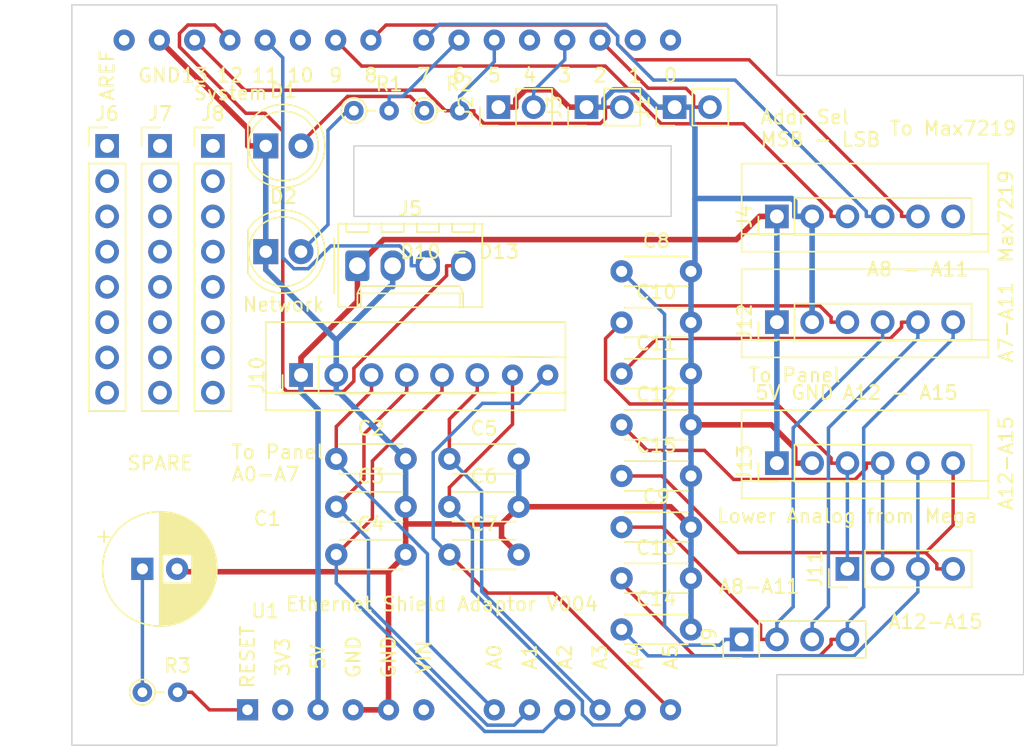
<source format=kicad_pcb>
(kicad_pcb (version 20171130) (host pcbnew "(5.1.5-0-10_14)")

  (general
    (thickness 1.6)
    (drawings 31)
    (tracks 281)
    (zones 0)
    (modules 34)
    (nets 62)
  )

  (page A4)
  (layers
    (0 F.Cu signal)
    (31 B.Cu signal)
    (32 B.Adhes user hide)
    (33 F.Adhes user hide)
    (34 B.Paste user hide)
    (35 F.Paste user hide)
    (36 B.SilkS user)
    (37 F.SilkS user)
    (38 B.Mask user)
    (39 F.Mask user)
    (40 Dwgs.User user)
    (41 Cmts.User user)
    (42 Eco1.User user)
    (43 Eco2.User user)
    (44 Edge.Cuts user)
    (45 Margin user)
    (46 B.CrtYd user)
    (47 F.CrtYd user)
    (48 B.Fab user)
    (49 F.Fab user)
  )

  (setup
    (last_trace_width 0.25)
    (trace_clearance 0.2)
    (zone_clearance 0.508)
    (zone_45_only no)
    (trace_min 0.2)
    (via_size 0.8)
    (via_drill 0.4)
    (via_min_size 0.4)
    (via_min_drill 0.3)
    (uvia_size 0.3)
    (uvia_drill 0.1)
    (uvias_allowed no)
    (uvia_min_size 0.2)
    (uvia_min_drill 0.1)
    (edge_width 0.1)
    (segment_width 0.2)
    (pcb_text_width 0.3)
    (pcb_text_size 1.5 1.5)
    (mod_edge_width 0.15)
    (mod_text_size 1 1)
    (mod_text_width 0.15)
    (pad_size 1.524 1.524)
    (pad_drill 0.762)
    (pad_to_mask_clearance 0)
    (aux_axis_origin 0 0)
    (grid_origin 123.80976 65.786)
    (visible_elements FFFFEF7F)
    (pcbplotparams
      (layerselection 0x010fc_ffffffff)
      (usegerberextensions false)
      (usegerberattributes false)
      (usegerberadvancedattributes false)
      (creategerberjobfile false)
      (excludeedgelayer true)
      (linewidth 0.100000)
      (plotframeref false)
      (viasonmask false)
      (mode 1)
      (useauxorigin false)
      (hpglpennumber 1)
      (hpglpenspeed 20)
      (hpglpendiameter 15.000000)
      (psnegative false)
      (psa4output false)
      (plotreference true)
      (plotvalue true)
      (plotinvisibletext false)
      (padsonsilk false)
      (subtractmaskfromsilk false)
      (outputformat 1)
      (mirror false)
      (drillshape 0)
      (scaleselection 1)
      (outputdirectory "Plot/"))
  )

  (net 0 "")
  (net 1 GND)
  (net 2 "Net-(C1-Pad1)")
  (net 3 "Net-(U1-Pad28)")
  (net 4 "Net-(U1-Pad14)")
  (net 5 "Net-(U1-Pad13)")
  (net 6 "Net-(U1-Pad6)")
  (net 7 "Net-(U1-Pad2)")
  (net 8 +5V)
  (net 9 "Net-(C2-Pad1)")
  (net 10 "Net-(C3-Pad1)")
  (net 11 "Net-(C4-Pad1)")
  (net 12 "Net-(C5-Pad1)")
  (net 13 "Net-(C6-Pad1)")
  (net 14 "Net-(C7-Pad1)")
  (net 15 "Net-(C8-Pad1)")
  (net 16 "Net-(C9-Pad1)")
  (net 17 "Net-(C10-Pad1)")
  (net 18 "Net-(C11-Pad1)")
  (net 19 "Net-(C12-Pad1)")
  (net 20 "Net-(C13-Pad1)")
  (net 21 "Net-(C14-Pad1)")
  (net 22 "Net-(C15-Pad1)")
  (net 23 "Net-(D1-Pad2)")
  (net 24 "Net-(D2-Pad2)")
  (net 25 "Net-(J1-Pad2)")
  (net 26 "Net-(J2-Pad2)")
  (net 27 "Net-(J3-Pad2)")
  (net 28 "Net-(J4-Pad3)")
  (net 29 "Net-(J4-Pad4)")
  (net 30 "Net-(J4-Pad5)")
  (net 31 "Net-(J4-Pad6)")
  (net 32 "Net-(J5-Pad3)")
  (net 33 "Net-(J5-Pad4)")
  (net 34 "Net-(J6-Pad8)")
  (net 35 "Net-(J6-Pad7)")
  (net 36 "Net-(J6-Pad6)")
  (net 37 "Net-(J6-Pad5)")
  (net 38 "Net-(J6-Pad4)")
  (net 39 "Net-(J6-Pad3)")
  (net 40 "Net-(J6-Pad2)")
  (net 41 "Net-(J6-Pad1)")
  (net 42 "Net-(J7-Pad8)")
  (net 43 "Net-(J7-Pad7)")
  (net 44 "Net-(J7-Pad6)")
  (net 45 "Net-(J7-Pad5)")
  (net 46 "Net-(J7-Pad4)")
  (net 47 "Net-(J7-Pad3)")
  (net 48 "Net-(J7-Pad2)")
  (net 49 "Net-(J7-Pad1)")
  (net 50 "Net-(J8-Pad8)")
  (net 51 "Net-(J8-Pad7)")
  (net 52 "Net-(J8-Pad6)")
  (net 53 "Net-(J8-Pad5)")
  (net 54 "Net-(J8-Pad4)")
  (net 55 "Net-(J8-Pad3)")
  (net 56 "Net-(J8-Pad2)")
  (net 57 "Net-(J8-Pad1)")
  (net 58 "Net-(R1-Pad2)")
  (net 59 "Net-(R3-Pad2)")
  (net 60 "Net-(U1-Pad23)")
  (net 61 "Net-(U1-Pad17)")

  (net_class Default "This is the default net class."
    (clearance 0.2)
    (trace_width 0.25)
    (via_dia 0.8)
    (via_drill 0.4)
    (uvia_dia 0.3)
    (uvia_drill 0.1)
    (add_net "Net-(C1-Pad1)")
    (add_net "Net-(C10-Pad1)")
    (add_net "Net-(C11-Pad1)")
    (add_net "Net-(C12-Pad1)")
    (add_net "Net-(C13-Pad1)")
    (add_net "Net-(C14-Pad1)")
    (add_net "Net-(C15-Pad1)")
    (add_net "Net-(C2-Pad1)")
    (add_net "Net-(C3-Pad1)")
    (add_net "Net-(C4-Pad1)")
    (add_net "Net-(C5-Pad1)")
    (add_net "Net-(C6-Pad1)")
    (add_net "Net-(C7-Pad1)")
    (add_net "Net-(C8-Pad1)")
    (add_net "Net-(C9-Pad1)")
    (add_net "Net-(D1-Pad2)")
    (add_net "Net-(D2-Pad2)")
    (add_net "Net-(J1-Pad2)")
    (add_net "Net-(J2-Pad2)")
    (add_net "Net-(J3-Pad2)")
    (add_net "Net-(J4-Pad3)")
    (add_net "Net-(J4-Pad4)")
    (add_net "Net-(J4-Pad5)")
    (add_net "Net-(J4-Pad6)")
    (add_net "Net-(J5-Pad3)")
    (add_net "Net-(J5-Pad4)")
    (add_net "Net-(J6-Pad1)")
    (add_net "Net-(J6-Pad2)")
    (add_net "Net-(J6-Pad3)")
    (add_net "Net-(J6-Pad4)")
    (add_net "Net-(J6-Pad5)")
    (add_net "Net-(J6-Pad6)")
    (add_net "Net-(J6-Pad7)")
    (add_net "Net-(J6-Pad8)")
    (add_net "Net-(J7-Pad1)")
    (add_net "Net-(J7-Pad2)")
    (add_net "Net-(J7-Pad3)")
    (add_net "Net-(J7-Pad4)")
    (add_net "Net-(J7-Pad5)")
    (add_net "Net-(J7-Pad6)")
    (add_net "Net-(J7-Pad7)")
    (add_net "Net-(J7-Pad8)")
    (add_net "Net-(J8-Pad1)")
    (add_net "Net-(J8-Pad2)")
    (add_net "Net-(J8-Pad3)")
    (add_net "Net-(J8-Pad4)")
    (add_net "Net-(J8-Pad5)")
    (add_net "Net-(J8-Pad6)")
    (add_net "Net-(J8-Pad7)")
    (add_net "Net-(J8-Pad8)")
    (add_net "Net-(R1-Pad2)")
    (add_net "Net-(R3-Pad2)")
    (add_net "Net-(U1-Pad13)")
    (add_net "Net-(U1-Pad14)")
    (add_net "Net-(U1-Pad17)")
    (add_net "Net-(U1-Pad2)")
    (add_net "Net-(U1-Pad23)")
    (add_net "Net-(U1-Pad28)")
    (add_net "Net-(U1-Pad6)")
  )

  (net_class Power ""
    (clearance 0.2)
    (trace_width 0.4)
    (via_dia 0.8)
    (via_drill 0.4)
    (uvia_dia 0.3)
    (uvia_drill 0.1)
    (add_net +5V)
    (add_net GND)
  )

  (module PT_Library_v001:Molex_1x04_P2.54mm_Vertical (layer F.Cu) (tedit 5B78013E) (tstamp 5E64707C)
    (at 118.984 82.042)
    (descr "Molex KK-254 Interconnect System, old/engineering part number: AE-6410-04A example for new part number: 22-27-2041, 4 Pins (http://www.molex.com/pdm_docs/sd/022272021_sd.pdf), generated with kicad-footprint-generator")
    (tags "connector Molex KK-254 side entry")
    (path /5E76203C)
    (fp_text reference J5 (at 3.81 -4.12) (layer F.SilkS)
      (effects (font (size 1 1) (thickness 0.15)))
    )
    (fp_text value PT_Conn_01x06 (at 3.81 4.08) (layer F.Fab)
      (effects (font (size 1 1) (thickness 0.15)))
    )
    (fp_text user %R (at 3.81 -2.22) (layer F.Fab)
      (effects (font (size 1 1) (thickness 0.15)))
    )
    (fp_line (start 9.39 -3.42) (end -1.77 -3.42) (layer F.CrtYd) (width 0.05))
    (fp_line (start 9.39 3.38) (end 9.39 -3.42) (layer F.CrtYd) (width 0.05))
    (fp_line (start -1.77 3.38) (end 9.39 3.38) (layer F.CrtYd) (width 0.05))
    (fp_line (start -1.77 -3.42) (end -1.77 3.38) (layer F.CrtYd) (width 0.05))
    (fp_line (start 8.42 -2.43) (end 8.42 -3.03) (layer F.SilkS) (width 0.12))
    (fp_line (start 6.82 -2.43) (end 8.42 -2.43) (layer F.SilkS) (width 0.12))
    (fp_line (start 6.82 -3.03) (end 6.82 -2.43) (layer F.SilkS) (width 0.12))
    (fp_line (start 5.88 -2.43) (end 5.88 -3.03) (layer F.SilkS) (width 0.12))
    (fp_line (start 4.28 -2.43) (end 5.88 -2.43) (layer F.SilkS) (width 0.12))
    (fp_line (start 4.28 -3.03) (end 4.28 -2.43) (layer F.SilkS) (width 0.12))
    (fp_line (start 3.34 -2.43) (end 3.34 -3.03) (layer F.SilkS) (width 0.12))
    (fp_line (start 1.74 -2.43) (end 3.34 -2.43) (layer F.SilkS) (width 0.12))
    (fp_line (start 1.74 -3.03) (end 1.74 -2.43) (layer F.SilkS) (width 0.12))
    (fp_line (start 0.8 -2.43) (end 0.8 -3.03) (layer F.SilkS) (width 0.12))
    (fp_line (start -0.8 -2.43) (end 0.8 -2.43) (layer F.SilkS) (width 0.12))
    (fp_line (start -0.8 -3.03) (end -0.8 -2.43) (layer F.SilkS) (width 0.12))
    (fp_line (start 7.37 2.99) (end 7.37 1.99) (layer F.SilkS) (width 0.12))
    (fp_line (start 0.25 2.99) (end 0.25 1.99) (layer F.SilkS) (width 0.12))
    (fp_line (start 7.37 1.46) (end 7.62 1.99) (layer F.SilkS) (width 0.12))
    (fp_line (start 0.25 1.46) (end 7.37 1.46) (layer F.SilkS) (width 0.12))
    (fp_line (start 0 1.99) (end 0.25 1.46) (layer F.SilkS) (width 0.12))
    (fp_line (start 7.62 1.99) (end 7.62 2.99) (layer F.SilkS) (width 0.12))
    (fp_line (start 0 1.99) (end 7.62 1.99) (layer F.SilkS) (width 0.12))
    (fp_line (start 0 2.99) (end 0 1.99) (layer F.SilkS) (width 0.12))
    (fp_line (start -0.562893 0) (end -1.27 0.5) (layer F.Fab) (width 0.1))
    (fp_line (start -1.27 -0.5) (end -0.562893 0) (layer F.Fab) (width 0.1))
    (fp_line (start -1.67 -2) (end -1.67 2) (layer F.SilkS) (width 0.12))
    (fp_line (start 9 -3.03) (end -1.38 -3.03) (layer F.SilkS) (width 0.12))
    (fp_line (start 9 2.99) (end 9 -3.03) (layer F.SilkS) (width 0.12))
    (fp_line (start -1.38 2.99) (end 9 2.99) (layer F.SilkS) (width 0.12))
    (fp_line (start -1.38 -3.03) (end -1.38 2.99) (layer F.SilkS) (width 0.12))
    (fp_line (start 8.89 -2.92) (end -1.27 -2.92) (layer F.Fab) (width 0.1))
    (fp_line (start 8.89 2.88) (end 8.89 -2.92) (layer F.Fab) (width 0.1))
    (fp_line (start -1.27 2.88) (end 8.89 2.88) (layer F.Fab) (width 0.1))
    (fp_line (start -1.27 -2.92) (end -1.27 2.88) (layer F.Fab) (width 0.1))
    (pad 4 thru_hole oval (at 7.62 0) (size 1.74 2.2) (drill 1.2) (layers *.Cu *.Mask)
      (net 33 "Net-(J5-Pad4)"))
    (pad 3 thru_hole oval (at 5.08 0) (size 1.74 2.2) (drill 1.2) (layers *.Cu *.Mask)
      (net 32 "Net-(J5-Pad3)"))
    (pad 2 thru_hole oval (at 2.54 0) (size 1.74 2.2) (drill 1.2) (layers *.Cu *.Mask)
      (net 1 GND))
    (pad 1 thru_hole roundrect (at 0 0) (size 1.74 2.2) (drill 1.2) (layers *.Cu *.Mask) (roundrect_rratio 0.143678)
      (net 8 +5V))
    (model ${KISYS3DMOD}/Connector_Molex.3dshapes/Molex_KK-254_AE-6410-04A_1x04_P2.54mm_Vertical.wrl
      (at (xyz 0 0 0))
      (scale (xyz 1 1 1))
      (rotate (xyz 0 0 0))
    )
  )

  (module PT_Library_v001:PT_R_Axial_DIN0204_L3.6mm_D1.6mm_P2.54mm_Vertical (layer F.Cu) (tedit 5AE5139B) (tstamp 5EEF57BC)
    (at 123.81 70.866)
    (descr "Resistor, Axial_DIN0204 series, Axial, Vertical, pin pitch=2.54mm, 0.167W, length*diameter=3.6*1.6mm^2, http://cdn-reichelt.de/documents/datenblatt/B400/1_4W%23YAG.pdf")
    (tags "Resistor Axial_DIN0204 series Axial Vertical pin pitch 2.54mm 0.167W length 3.6mm diameter 1.6mm")
    (path /5E7905FE)
    (fp_text reference R2 (at 2.54 -1.92) (layer F.SilkS)
      (effects (font (size 1 1) (thickness 0.15)))
    )
    (fp_text value 330 (at 2.54 1.92) (layer F.Fab)
      (effects (font (size 1 1) (thickness 0.15)))
    )
    (fp_circle (center 0 0) (end 0.8 0) (layer F.Fab) (width 0.1))
    (fp_circle (center 0 0) (end 0.92 0) (layer F.SilkS) (width 0.12))
    (fp_line (start 0 0) (end 2.54 0) (layer F.Fab) (width 0.1))
    (fp_line (start 0.92 0) (end 1.54 0) (layer F.SilkS) (width 0.12))
    (fp_line (start -1.05 -1.05) (end -1.05 1.05) (layer F.CrtYd) (width 0.05))
    (fp_line (start -1.05 1.05) (end 3.49 1.05) (layer F.CrtYd) (width 0.05))
    (fp_line (start 3.49 1.05) (end 3.49 -1.05) (layer F.CrtYd) (width 0.05))
    (fp_line (start 3.49 -1.05) (end -1.05 -1.05) (layer F.CrtYd) (width 0.05))
    (fp_text user %R (at 2.54 -1.92) (layer F.Fab)
      (effects (font (size 1 1) (thickness 0.15)))
    )
    (pad 1 thru_hole circle (at 0 0) (size 1.4 1.4) (drill 0.7) (layers *.Cu *.Mask)
      (net 23 "Net-(D1-Pad2)"))
    (pad 2 thru_hole oval (at 2.54 0) (size 1.4 1.4) (drill 0.7) (layers *.Cu *.Mask)
      (net 27 "Net-(J3-Pad2)"))
    (model ${KISYS3DMOD}/Resistor_THT.3dshapes/R_Axial_DIN0204_L3.6mm_D1.6mm_P2.54mm_Vertical.wrl
      (at (xyz 0 0 0))
      (scale (xyz 1 1 1))
      (rotate (xyz 0 0 0))
    )
  )

  (module PT_Library_v001:PT_R_Axial_DIN0204_L3.6mm_D1.6mm_P2.54mm_Vertical (layer F.Cu) (tedit 5AE5139B) (tstamp 5E646C97)
    (at 118.73 70.866)
    (descr "Resistor, Axial_DIN0204 series, Axial, Vertical, pin pitch=2.54mm, 0.167W, length*diameter=3.6*1.6mm^2, http://cdn-reichelt.de/documents/datenblatt/B400/1_4W%23YAG.pdf")
    (tags "Resistor Axial_DIN0204 series Axial Vertical pin pitch 2.54mm 0.167W length 3.6mm diameter 1.6mm")
    (path /5E791245)
    (fp_text reference R1 (at 2.54 -1.92) (layer F.SilkS)
      (effects (font (size 1 1) (thickness 0.15)))
    )
    (fp_text value 330 (at 2.54 1.92) (layer F.Fab)
      (effects (font (size 1 1) (thickness 0.15)))
    )
    (fp_circle (center 0 0) (end 0.8 0) (layer F.Fab) (width 0.1))
    (fp_circle (center 0 0) (end 0.92 0) (layer F.SilkS) (width 0.12))
    (fp_line (start 0 0) (end 2.54 0) (layer F.Fab) (width 0.1))
    (fp_line (start 0.92 0) (end 1.54 0) (layer F.SilkS) (width 0.12))
    (fp_line (start -1.05 -1.05) (end -1.05 1.05) (layer F.CrtYd) (width 0.05))
    (fp_line (start -1.05 1.05) (end 3.49 1.05) (layer F.CrtYd) (width 0.05))
    (fp_line (start 3.49 1.05) (end 3.49 -1.05) (layer F.CrtYd) (width 0.05))
    (fp_line (start 3.49 -1.05) (end -1.05 -1.05) (layer F.CrtYd) (width 0.05))
    (fp_text user %R (at 2.54 -1.92) (layer F.Fab)
      (effects (font (size 1 1) (thickness 0.15)))
    )
    (pad 1 thru_hole circle (at 0 0) (size 1.4 1.4) (drill 0.7) (layers *.Cu *.Mask)
      (net 24 "Net-(D2-Pad2)"))
    (pad 2 thru_hole oval (at 2.54 0) (size 1.4 1.4) (drill 0.7) (layers *.Cu *.Mask)
      (net 58 "Net-(R1-Pad2)"))
    (model ${KISYS3DMOD}/Resistor_THT.3dshapes/R_Axial_DIN0204_L3.6mm_D1.6mm_P2.54mm_Vertical.wrl
      (at (xyz 0 0 0))
      (scale (xyz 1 1 1))
      (rotate (xyz 0 0 0))
    )
  )

  (module PT_Library_v001:PT_PinHeader_1x06_P2.54mm_Vertical (layer F.Cu) (tedit 5E6330E6) (tstamp 5E645D79)
    (at 149.21 96.266 90)
    (descr "Through hole straight pin header, 1x06, 2.54mm pitch, single row")
    (tags "Through hole pin header THT 1x06 2.54mm single row")
    (path /5E642D8A)
    (fp_text reference J13 (at 0 -2.33 90) (layer F.SilkS)
      (effects (font (size 1 1) (thickness 0.15)))
    )
    (fp_text value PT_Conn_01x06 (at 0 15.03 90) (layer F.Fab)
      (effects (font (size 1 1) (thickness 0.15)))
    )
    (fp_line (start -1.27 -2.54) (end -1.27 15.24) (layer F.SilkS) (width 0.12))
    (fp_line (start 3.81 15.24) (end 2.54 15.24) (layer F.SilkS) (width 0.12))
    (fp_line (start 3.81 -2.54) (end 3.81 15.24) (layer F.SilkS) (width 0.12))
    (fp_line (start 2.54 -2.54) (end 3.81 -2.54) (layer F.SilkS) (width 0.12))
    (fp_line (start -2.54 15.24) (end 2.54 15.24) (layer F.SilkS) (width 0.12))
    (fp_line (start -2.54 -2.54) (end -2.54 15.24) (layer F.SilkS) (width 0.12))
    (fp_line (start 2.54 -2.54) (end -2.54 -2.54) (layer F.SilkS) (width 0.12))
    (fp_line (start -0.635 -1.27) (end 1.27 -1.27) (layer F.Fab) (width 0.1))
    (fp_line (start 1.27 -1.27) (end 1.27 13.97) (layer F.Fab) (width 0.1))
    (fp_line (start 1.27 13.97) (end -1.27 13.97) (layer F.Fab) (width 0.1))
    (fp_line (start -1.27 13.97) (end -1.27 -0.635) (layer F.Fab) (width 0.1))
    (fp_line (start -1.27 -0.635) (end -0.635 -1.27) (layer F.Fab) (width 0.1))
    (fp_line (start -1.33 14.03) (end 1.33 14.03) (layer F.SilkS) (width 0.12))
    (fp_line (start -1.33 1.27) (end -1.33 14.03) (layer F.SilkS) (width 0.12))
    (fp_line (start 1.33 1.27) (end 1.33 14.03) (layer F.SilkS) (width 0.12))
    (fp_line (start -1.33 1.27) (end 1.33 1.27) (layer F.SilkS) (width 0.12))
    (fp_line (start -1.33 0) (end -1.33 -1.33) (layer F.SilkS) (width 0.12))
    (fp_line (start -1.33 -1.33) (end 0 -1.33) (layer F.SilkS) (width 0.12))
    (fp_line (start -1.8 -1.8) (end -1.8 14.5) (layer F.CrtYd) (width 0.05))
    (fp_line (start -1.8 14.5) (end 1.8 14.5) (layer F.CrtYd) (width 0.05))
    (fp_line (start 1.8 14.5) (end 1.8 -1.8) (layer F.CrtYd) (width 0.05))
    (fp_line (start 1.8 -1.8) (end -1.8 -1.8) (layer F.CrtYd) (width 0.05))
    (fp_text user %R (at 0 6.35 180) (layer F.Fab)
      (effects (font (size 1 1) (thickness 0.15)))
    )
    (pad 1 thru_hole rect (at 0 0 90) (size 1.7 1.7) (drill 1) (layers *.Cu *.Mask)
      (net 8 +5V))
    (pad 2 thru_hole oval (at 0 2.54 90) (size 1.7 1.7) (drill 1) (layers *.Cu *.Mask)
      (net 1 GND))
    (pad 3 thru_hole oval (at 0 5.08 90) (size 1.7 1.7) (drill 1) (layers *.Cu *.Mask)
      (net 17 "Net-(C10-Pad1)"))
    (pad 4 thru_hole oval (at 0 7.62 90) (size 1.7 1.7) (drill 1) (layers *.Cu *.Mask)
      (net 19 "Net-(C12-Pad1)"))
    (pad 5 thru_hole oval (at 0 10.16 90) (size 1.7 1.7) (drill 1) (layers *.Cu *.Mask)
      (net 21 "Net-(C14-Pad1)"))
    (pad 6 thru_hole oval (at 0 12.7 90) (size 1.7 1.7) (drill 1) (layers *.Cu *.Mask)
      (net 22 "Net-(C15-Pad1)"))
    (model ${KISYS3DMOD}/Connector_PinHeader_2.54mm.3dshapes/PinHeader_1x06_P2.54mm_Vertical.wrl
      (at (xyz 0 0 0))
      (scale (xyz 1 1 1))
      (rotate (xyz 0 0 0))
    )
  )

  (module PT_Library_v001:PT_PinHeader_1x06_P2.54mm_Vertical (layer F.Cu) (tedit 5E6330E6) (tstamp 5E645D58)
    (at 149.21 86.106 90)
    (descr "Through hole straight pin header, 1x06, 2.54mm pitch, single row")
    (tags "Through hole pin header THT 1x06 2.54mm single row")
    (path /5E68B443)
    (fp_text reference J12 (at 0 -2.33 90) (layer F.SilkS)
      (effects (font (size 1 1) (thickness 0.15)))
    )
    (fp_text value PT_Conn_01x06 (at 0 15.03 90) (layer F.Fab)
      (effects (font (size 1 1) (thickness 0.15)))
    )
    (fp_line (start -1.27 -2.54) (end -1.27 15.24) (layer F.SilkS) (width 0.12))
    (fp_line (start 3.81 15.24) (end 2.54 15.24) (layer F.SilkS) (width 0.12))
    (fp_line (start 3.81 -2.54) (end 3.81 15.24) (layer F.SilkS) (width 0.12))
    (fp_line (start 2.54 -2.54) (end 3.81 -2.54) (layer F.SilkS) (width 0.12))
    (fp_line (start -2.54 15.24) (end 2.54 15.24) (layer F.SilkS) (width 0.12))
    (fp_line (start -2.54 -2.54) (end -2.54 15.24) (layer F.SilkS) (width 0.12))
    (fp_line (start 2.54 -2.54) (end -2.54 -2.54) (layer F.SilkS) (width 0.12))
    (fp_line (start -0.635 -1.27) (end 1.27 -1.27) (layer F.Fab) (width 0.1))
    (fp_line (start 1.27 -1.27) (end 1.27 13.97) (layer F.Fab) (width 0.1))
    (fp_line (start 1.27 13.97) (end -1.27 13.97) (layer F.Fab) (width 0.1))
    (fp_line (start -1.27 13.97) (end -1.27 -0.635) (layer F.Fab) (width 0.1))
    (fp_line (start -1.27 -0.635) (end -0.635 -1.27) (layer F.Fab) (width 0.1))
    (fp_line (start -1.33 14.03) (end 1.33 14.03) (layer F.SilkS) (width 0.12))
    (fp_line (start -1.33 1.27) (end -1.33 14.03) (layer F.SilkS) (width 0.12))
    (fp_line (start 1.33 1.27) (end 1.33 14.03) (layer F.SilkS) (width 0.12))
    (fp_line (start -1.33 1.27) (end 1.33 1.27) (layer F.SilkS) (width 0.12))
    (fp_line (start -1.33 0) (end -1.33 -1.33) (layer F.SilkS) (width 0.12))
    (fp_line (start -1.33 -1.33) (end 0 -1.33) (layer F.SilkS) (width 0.12))
    (fp_line (start -1.8 -1.8) (end -1.8 14.5) (layer F.CrtYd) (width 0.05))
    (fp_line (start -1.8 14.5) (end 1.8 14.5) (layer F.CrtYd) (width 0.05))
    (fp_line (start 1.8 14.5) (end 1.8 -1.8) (layer F.CrtYd) (width 0.05))
    (fp_line (start 1.8 -1.8) (end -1.8 -1.8) (layer F.CrtYd) (width 0.05))
    (fp_text user %R (at 0 6.35 180) (layer F.Fab)
      (effects (font (size 1 1) (thickness 0.15)))
    )
    (pad 1 thru_hole rect (at 0 0 90) (size 1.7 1.7) (drill 1) (layers *.Cu *.Mask)
      (net 8 +5V))
    (pad 2 thru_hole oval (at 0 2.54 90) (size 1.7 1.7) (drill 1) (layers *.Cu *.Mask)
      (net 1 GND))
    (pad 3 thru_hole oval (at 0 5.08 90) (size 1.7 1.7) (drill 1) (layers *.Cu *.Mask)
      (net 15 "Net-(C8-Pad1)"))
    (pad 4 thru_hole oval (at 0 7.62 90) (size 1.7 1.7) (drill 1) (layers *.Cu *.Mask)
      (net 16 "Net-(C9-Pad1)"))
    (pad 5 thru_hole oval (at 0 10.16 90) (size 1.7 1.7) (drill 1) (layers *.Cu *.Mask)
      (net 18 "Net-(C11-Pad1)"))
    (pad 6 thru_hole oval (at 0 12.7 90) (size 1.7 1.7) (drill 1) (layers *.Cu *.Mask)
      (net 20 "Net-(C13-Pad1)"))
    (model ${KISYS3DMOD}/Connector_PinHeader_2.54mm.3dshapes/PinHeader_1x06_P2.54mm_Vertical.wrl
      (at (xyz 0 0 0))
      (scale (xyz 1 1 1))
      (rotate (xyz 0 0 0))
    )
  )

  (module Connector_PinHeader_2.54mm:PinHeader_1x04_P2.54mm_Vertical (layer F.Cu) (tedit 59FED5CC) (tstamp 5E646F86)
    (at 154.29 103.886 90)
    (descr "Through hole straight pin header, 1x04, 2.54mm pitch, single row")
    (tags "Through hole pin header THT 1x04 2.54mm single row")
    (path /5E64C0F2)
    (fp_text reference J11 (at 0 -2.33 90) (layer F.SilkS)
      (effects (font (size 1 1) (thickness 0.15)))
    )
    (fp_text value Conn_01x04_Female (at 0 9.95 90) (layer F.Fab)
      (effects (font (size 1 1) (thickness 0.15)))
    )
    (fp_text user %R (at 0 3.81) (layer F.Fab)
      (effects (font (size 1 1) (thickness 0.15)))
    )
    (fp_line (start 1.8 -1.8) (end -1.8 -1.8) (layer F.CrtYd) (width 0.05))
    (fp_line (start 1.8 9.4) (end 1.8 -1.8) (layer F.CrtYd) (width 0.05))
    (fp_line (start -1.8 9.4) (end 1.8 9.4) (layer F.CrtYd) (width 0.05))
    (fp_line (start -1.8 -1.8) (end -1.8 9.4) (layer F.CrtYd) (width 0.05))
    (fp_line (start -1.33 -1.33) (end 0 -1.33) (layer F.SilkS) (width 0.12))
    (fp_line (start -1.33 0) (end -1.33 -1.33) (layer F.SilkS) (width 0.12))
    (fp_line (start -1.33 1.27) (end 1.33 1.27) (layer F.SilkS) (width 0.12))
    (fp_line (start 1.33 1.27) (end 1.33 8.95) (layer F.SilkS) (width 0.12))
    (fp_line (start -1.33 1.27) (end -1.33 8.95) (layer F.SilkS) (width 0.12))
    (fp_line (start -1.33 8.95) (end 1.33 8.95) (layer F.SilkS) (width 0.12))
    (fp_line (start -1.27 -0.635) (end -0.635 -1.27) (layer F.Fab) (width 0.1))
    (fp_line (start -1.27 8.89) (end -1.27 -0.635) (layer F.Fab) (width 0.1))
    (fp_line (start 1.27 8.89) (end -1.27 8.89) (layer F.Fab) (width 0.1))
    (fp_line (start 1.27 -1.27) (end 1.27 8.89) (layer F.Fab) (width 0.1))
    (fp_line (start -0.635 -1.27) (end 1.27 -1.27) (layer F.Fab) (width 0.1))
    (pad 4 thru_hole oval (at 0 7.62 90) (size 1.7 1.7) (drill 1) (layers *.Cu *.Mask)
      (net 22 "Net-(C15-Pad1)"))
    (pad 3 thru_hole oval (at 0 5.08 90) (size 1.7 1.7) (drill 1) (layers *.Cu *.Mask)
      (net 21 "Net-(C14-Pad1)"))
    (pad 2 thru_hole oval (at 0 2.54 90) (size 1.7 1.7) (drill 1) (layers *.Cu *.Mask)
      (net 19 "Net-(C12-Pad1)"))
    (pad 1 thru_hole rect (at 0 0 90) (size 1.7 1.7) (drill 1) (layers *.Cu *.Mask)
      (net 17 "Net-(C10-Pad1)"))
    (model ${KISYS3DMOD}/Connector_PinHeader_2.54mm.3dshapes/PinHeader_1x04_P2.54mm_Vertical.wrl
      (at (xyz 0 0 0))
      (scale (xyz 1 1 1))
      (rotate (xyz 0 0 0))
    )
  )

  (module PT_Library_v001:PT_PinHeader_1x08_P2.54mm_Vertical (layer F.Cu) (tedit 5E63FB0E) (tstamp 5E645D1F)
    (at 114.92 89.916 90)
    (descr "Through hole straight pin header, 1x06, 2.54mm pitch, single row")
    (tags "Through hole pin header THT 1x06 2.54mm single row")
    (path /5E69A534)
    (fp_text reference J10 (at 0 -3.175 90) (layer F.SilkS)
      (effects (font (size 1 1) (thickness 0.15)))
    )
    (fp_text value Conn_01x08_Female (at 0 20.32 90) (layer F.Fab)
      (effects (font (size 1 1) (thickness 0.15)))
    )
    (fp_line (start -2.54 19.05) (end -2.54 -2.54) (layer F.CrtYd) (width 0.12))
    (fp_line (start 3.81 19.05) (end -2.54 19.05) (layer F.CrtYd) (width 0.12))
    (fp_line (start 3.81 -2.54) (end 3.81 19.05) (layer F.CrtYd) (width 0.12))
    (fp_line (start -2.54 -2.54) (end 3.81 -2.54) (layer F.CrtYd) (width 0.12))
    (fp_line (start 1.33 14.03) (end 1.27 19.05) (layer F.SilkS) (width 0.12))
    (fp_line (start -1.27 15.24) (end -1.27 19.05) (layer F.SilkS) (width 0.12))
    (fp_line (start -2.54 19.05) (end -2.54 15.24) (layer F.SilkS) (width 0.12))
    (fp_line (start 3.81 19.05) (end -2.54 19.05) (layer F.SilkS) (width 0.12))
    (fp_line (start 3.81 15.24) (end 3.81 19.05) (layer F.SilkS) (width 0.12))
    (fp_line (start -1.27 -2.54) (end -1.27 15.24) (layer F.SilkS) (width 0.12))
    (fp_line (start 3.81 -2.54) (end 3.81 15.24) (layer F.SilkS) (width 0.12))
    (fp_line (start 2.54 -2.54) (end 3.81 -2.54) (layer F.SilkS) (width 0.12))
    (fp_line (start -2.54 -2.54) (end -2.54 15.24) (layer F.SilkS) (width 0.12))
    (fp_line (start 2.54 -2.54) (end -2.54 -2.54) (layer F.SilkS) (width 0.12))
    (fp_line (start -0.635 -1.27) (end 1.27 -1.27) (layer F.Fab) (width 0.1))
    (fp_line (start 1.27 -1.27) (end 1.27 13.97) (layer F.Fab) (width 0.1))
    (fp_line (start -1.27 13.97) (end -1.27 -0.635) (layer F.Fab) (width 0.1))
    (fp_line (start -1.27 -0.635) (end -0.635 -1.27) (layer F.Fab) (width 0.1))
    (fp_line (start -1.33 1.27) (end -1.33 14.03) (layer F.SilkS) (width 0.12))
    (fp_line (start 1.33 1.27) (end 1.33 14.03) (layer F.SilkS) (width 0.12))
    (fp_line (start -1.33 1.27) (end 1.33 1.27) (layer F.SilkS) (width 0.12))
    (fp_line (start -1.33 0) (end -1.33 -1.33) (layer F.SilkS) (width 0.12))
    (fp_line (start -1.33 -1.33) (end 0 -1.33) (layer F.SilkS) (width 0.12))
    (fp_text user %R (at 0 6.35 180) (layer F.Fab)
      (effects (font (size 1 1) (thickness 0.15)))
    )
    (pad 8 thru_hole circle (at 0 17.78 90) (size 1.524 1.524) (drill 0.762) (layers *.Cu *.Mask)
      (net 14 "Net-(C7-Pad1)"))
    (pad 7 thru_hole circle (at 0 15.24 90) (size 1.524 1.524) (drill 0.762) (layers *.Cu *.Mask)
      (net 13 "Net-(C6-Pad1)"))
    (pad 1 thru_hole rect (at 0 0 90) (size 1.7 1.7) (drill 1) (layers *.Cu *.Mask)
      (net 8 +5V))
    (pad 2 thru_hole oval (at 0 2.54 90) (size 1.7 1.7) (drill 1) (layers *.Cu *.Mask)
      (net 1 GND))
    (pad 3 thru_hole oval (at 0 5.08 90) (size 1.7 1.7) (drill 1) (layers *.Cu *.Mask)
      (net 9 "Net-(C2-Pad1)"))
    (pad 4 thru_hole oval (at 0 7.62 90) (size 1.7 1.7) (drill 1) (layers *.Cu *.Mask)
      (net 10 "Net-(C3-Pad1)"))
    (pad 5 thru_hole oval (at 0 10.16 90) (size 1.7 1.7) (drill 1) (layers *.Cu *.Mask)
      (net 11 "Net-(C4-Pad1)"))
    (pad 6 thru_hole oval (at 0 12.7 90) (size 1.7 1.7) (drill 1) (layers *.Cu *.Mask)
      (net 12 "Net-(C5-Pad1)"))
    (model ${KISYS3DMOD}/Connector_PinHeader_2.54mm.3dshapes/PinHeader_1x06_P2.54mm_Vertical.wrl
      (at (xyz 0 0 0))
      (scale (xyz 1 1 1))
      (rotate (xyz 0 0 0))
    )
  )

  (module Connector_PinHeader_2.54mm:PinHeader_1x04_P2.54mm_Vertical (layer F.Cu) (tedit 59FED5CC) (tstamp 5E645CFB)
    (at 146.67 108.966 90)
    (descr "Through hole straight pin header, 1x04, 2.54mm pitch, single row")
    (tags "Through hole pin header THT 1x04 2.54mm single row")
    (path /5E68B467)
    (fp_text reference J9 (at 0 -2.33 90) (layer F.SilkS)
      (effects (font (size 1 1) (thickness 0.15)))
    )
    (fp_text value Conn_01x04_Female (at 0 9.95 90) (layer F.Fab)
      (effects (font (size 1 1) (thickness 0.15)))
    )
    (fp_text user %R (at 0 3.81) (layer F.Fab)
      (effects (font (size 1 1) (thickness 0.15)))
    )
    (fp_line (start 1.8 -1.8) (end -1.8 -1.8) (layer F.CrtYd) (width 0.05))
    (fp_line (start 1.8 9.4) (end 1.8 -1.8) (layer F.CrtYd) (width 0.05))
    (fp_line (start -1.8 9.4) (end 1.8 9.4) (layer F.CrtYd) (width 0.05))
    (fp_line (start -1.8 -1.8) (end -1.8 9.4) (layer F.CrtYd) (width 0.05))
    (fp_line (start -1.33 -1.33) (end 0 -1.33) (layer F.SilkS) (width 0.12))
    (fp_line (start -1.33 0) (end -1.33 -1.33) (layer F.SilkS) (width 0.12))
    (fp_line (start -1.33 1.27) (end 1.33 1.27) (layer F.SilkS) (width 0.12))
    (fp_line (start 1.33 1.27) (end 1.33 8.95) (layer F.SilkS) (width 0.12))
    (fp_line (start -1.33 1.27) (end -1.33 8.95) (layer F.SilkS) (width 0.12))
    (fp_line (start -1.33 8.95) (end 1.33 8.95) (layer F.SilkS) (width 0.12))
    (fp_line (start -1.27 -0.635) (end -0.635 -1.27) (layer F.Fab) (width 0.1))
    (fp_line (start -1.27 8.89) (end -1.27 -0.635) (layer F.Fab) (width 0.1))
    (fp_line (start 1.27 8.89) (end -1.27 8.89) (layer F.Fab) (width 0.1))
    (fp_line (start 1.27 -1.27) (end 1.27 8.89) (layer F.Fab) (width 0.1))
    (fp_line (start -0.635 -1.27) (end 1.27 -1.27) (layer F.Fab) (width 0.1))
    (pad 4 thru_hole oval (at 0 7.62 90) (size 1.7 1.7) (drill 1) (layers *.Cu *.Mask)
      (net 20 "Net-(C13-Pad1)"))
    (pad 3 thru_hole oval (at 0 5.08 90) (size 1.7 1.7) (drill 1) (layers *.Cu *.Mask)
      (net 18 "Net-(C11-Pad1)"))
    (pad 2 thru_hole oval (at 0 2.54 90) (size 1.7 1.7) (drill 1) (layers *.Cu *.Mask)
      (net 16 "Net-(C9-Pad1)"))
    (pad 1 thru_hole rect (at 0 0 90) (size 1.7 1.7) (drill 1) (layers *.Cu *.Mask)
      (net 15 "Net-(C8-Pad1)"))
    (model ${KISYS3DMOD}/Connector_PinHeader_2.54mm.3dshapes/PinHeader_1x04_P2.54mm_Vertical.wrl
      (at (xyz 0 0 0))
      (scale (xyz 1 1 1))
      (rotate (xyz 0 0 0))
    )
  )

  (module Connector_PinHeader_2.54mm:PinHeader_1x08_P2.54mm_Vertical (layer F.Cu) (tedit 59FED5CC) (tstamp 5E646968)
    (at 108.57 73.406)
    (descr "Through hole straight pin header, 1x08, 2.54mm pitch, single row")
    (tags "Through hole pin header THT 1x08 2.54mm single row")
    (path /5E7CA9FF)
    (fp_text reference J8 (at 0 -2.33) (layer F.SilkS)
      (effects (font (size 1 1) (thickness 0.15)))
    )
    (fp_text value Conn_01x08_Female (at 0 20.11) (layer F.Fab)
      (effects (font (size 1 1) (thickness 0.15)))
    )
    (fp_text user %R (at 0 8.89 90) (layer F.Fab)
      (effects (font (size 1 1) (thickness 0.15)))
    )
    (fp_line (start 1.8 -1.8) (end -1.8 -1.8) (layer F.CrtYd) (width 0.05))
    (fp_line (start 1.8 19.55) (end 1.8 -1.8) (layer F.CrtYd) (width 0.05))
    (fp_line (start -1.8 19.55) (end 1.8 19.55) (layer F.CrtYd) (width 0.05))
    (fp_line (start -1.8 -1.8) (end -1.8 19.55) (layer F.CrtYd) (width 0.05))
    (fp_line (start -1.33 -1.33) (end 0 -1.33) (layer F.SilkS) (width 0.12))
    (fp_line (start -1.33 0) (end -1.33 -1.33) (layer F.SilkS) (width 0.12))
    (fp_line (start -1.33 1.27) (end 1.33 1.27) (layer F.SilkS) (width 0.12))
    (fp_line (start 1.33 1.27) (end 1.33 19.11) (layer F.SilkS) (width 0.12))
    (fp_line (start -1.33 1.27) (end -1.33 19.11) (layer F.SilkS) (width 0.12))
    (fp_line (start -1.33 19.11) (end 1.33 19.11) (layer F.SilkS) (width 0.12))
    (fp_line (start -1.27 -0.635) (end -0.635 -1.27) (layer F.Fab) (width 0.1))
    (fp_line (start -1.27 19.05) (end -1.27 -0.635) (layer F.Fab) (width 0.1))
    (fp_line (start 1.27 19.05) (end -1.27 19.05) (layer F.Fab) (width 0.1))
    (fp_line (start 1.27 -1.27) (end 1.27 19.05) (layer F.Fab) (width 0.1))
    (fp_line (start -0.635 -1.27) (end 1.27 -1.27) (layer F.Fab) (width 0.1))
    (pad 8 thru_hole oval (at 0 17.78) (size 1.7 1.7) (drill 1) (layers *.Cu *.Mask)
      (net 50 "Net-(J8-Pad8)"))
    (pad 7 thru_hole oval (at 0 15.24) (size 1.7 1.7) (drill 1) (layers *.Cu *.Mask)
      (net 51 "Net-(J8-Pad7)"))
    (pad 6 thru_hole oval (at 0 12.7) (size 1.7 1.7) (drill 1) (layers *.Cu *.Mask)
      (net 52 "Net-(J8-Pad6)"))
    (pad 5 thru_hole oval (at 0 10.16) (size 1.7 1.7) (drill 1) (layers *.Cu *.Mask)
      (net 53 "Net-(J8-Pad5)"))
    (pad 4 thru_hole oval (at 0 7.62) (size 1.7 1.7) (drill 1) (layers *.Cu *.Mask)
      (net 54 "Net-(J8-Pad4)"))
    (pad 3 thru_hole oval (at 0 5.08) (size 1.7 1.7) (drill 1) (layers *.Cu *.Mask)
      (net 55 "Net-(J8-Pad3)"))
    (pad 2 thru_hole oval (at 0 2.54) (size 1.7 1.7) (drill 1) (layers *.Cu *.Mask)
      (net 56 "Net-(J8-Pad2)"))
    (pad 1 thru_hole rect (at 0 0) (size 1.7 1.7) (drill 1) (layers *.Cu *.Mask)
      (net 57 "Net-(J8-Pad1)"))
    (model ${KISYS3DMOD}/Connector_PinHeader_2.54mm.3dshapes/PinHeader_1x08_P2.54mm_Vertical.wrl
      (at (xyz 0 0 0))
      (scale (xyz 1 1 1))
      (rotate (xyz 0 0 0))
    )
  )

  (module Connector_PinHeader_2.54mm:PinHeader_1x08_P2.54mm_Vertical (layer F.Cu) (tedit 59FED5CC) (tstamp 5E645CC7)
    (at 104.76 73.406)
    (descr "Through hole straight pin header, 1x08, 2.54mm pitch, single row")
    (tags "Through hole pin header THT 1x08 2.54mm single row")
    (path /5E7C9A36)
    (fp_text reference J7 (at 0 -2.33) (layer F.SilkS)
      (effects (font (size 1 1) (thickness 0.15)))
    )
    (fp_text value Conn_01x08_Female (at 0 20.11) (layer F.Fab)
      (effects (font (size 1 1) (thickness 0.15)))
    )
    (fp_text user %R (at 0 8.89 90) (layer F.Fab)
      (effects (font (size 1 1) (thickness 0.15)))
    )
    (fp_line (start 1.8 -1.8) (end -1.8 -1.8) (layer F.CrtYd) (width 0.05))
    (fp_line (start 1.8 19.55) (end 1.8 -1.8) (layer F.CrtYd) (width 0.05))
    (fp_line (start -1.8 19.55) (end 1.8 19.55) (layer F.CrtYd) (width 0.05))
    (fp_line (start -1.8 -1.8) (end -1.8 19.55) (layer F.CrtYd) (width 0.05))
    (fp_line (start -1.33 -1.33) (end 0 -1.33) (layer F.SilkS) (width 0.12))
    (fp_line (start -1.33 0) (end -1.33 -1.33) (layer F.SilkS) (width 0.12))
    (fp_line (start -1.33 1.27) (end 1.33 1.27) (layer F.SilkS) (width 0.12))
    (fp_line (start 1.33 1.27) (end 1.33 19.11) (layer F.SilkS) (width 0.12))
    (fp_line (start -1.33 1.27) (end -1.33 19.11) (layer F.SilkS) (width 0.12))
    (fp_line (start -1.33 19.11) (end 1.33 19.11) (layer F.SilkS) (width 0.12))
    (fp_line (start -1.27 -0.635) (end -0.635 -1.27) (layer F.Fab) (width 0.1))
    (fp_line (start -1.27 19.05) (end -1.27 -0.635) (layer F.Fab) (width 0.1))
    (fp_line (start 1.27 19.05) (end -1.27 19.05) (layer F.Fab) (width 0.1))
    (fp_line (start 1.27 -1.27) (end 1.27 19.05) (layer F.Fab) (width 0.1))
    (fp_line (start -0.635 -1.27) (end 1.27 -1.27) (layer F.Fab) (width 0.1))
    (pad 8 thru_hole oval (at 0 17.78) (size 1.7 1.7) (drill 1) (layers *.Cu *.Mask)
      (net 42 "Net-(J7-Pad8)"))
    (pad 7 thru_hole oval (at 0 15.24) (size 1.7 1.7) (drill 1) (layers *.Cu *.Mask)
      (net 43 "Net-(J7-Pad7)"))
    (pad 6 thru_hole oval (at 0 12.7) (size 1.7 1.7) (drill 1) (layers *.Cu *.Mask)
      (net 44 "Net-(J7-Pad6)"))
    (pad 5 thru_hole oval (at 0 10.16) (size 1.7 1.7) (drill 1) (layers *.Cu *.Mask)
      (net 45 "Net-(J7-Pad5)"))
    (pad 4 thru_hole oval (at 0 7.62) (size 1.7 1.7) (drill 1) (layers *.Cu *.Mask)
      (net 46 "Net-(J7-Pad4)"))
    (pad 3 thru_hole oval (at 0 5.08) (size 1.7 1.7) (drill 1) (layers *.Cu *.Mask)
      (net 47 "Net-(J7-Pad3)"))
    (pad 2 thru_hole oval (at 0 2.54) (size 1.7 1.7) (drill 1) (layers *.Cu *.Mask)
      (net 48 "Net-(J7-Pad2)"))
    (pad 1 thru_hole rect (at 0 0) (size 1.7 1.7) (drill 1) (layers *.Cu *.Mask)
      (net 49 "Net-(J7-Pad1)"))
    (model ${KISYS3DMOD}/Connector_PinHeader_2.54mm.3dshapes/PinHeader_1x08_P2.54mm_Vertical.wrl
      (at (xyz 0 0 0))
      (scale (xyz 1 1 1))
      (rotate (xyz 0 0 0))
    )
  )

  (module Connector_PinHeader_2.54mm:PinHeader_1x08_P2.54mm_Vertical (layer F.Cu) (tedit 59FED5CC) (tstamp 5E645CAB)
    (at 100.95 73.406)
    (descr "Through hole straight pin header, 1x08, 2.54mm pitch, single row")
    (tags "Through hole pin header THT 1x08 2.54mm single row")
    (path /5E7C8A00)
    (fp_text reference J6 (at 0 -2.33) (layer F.SilkS)
      (effects (font (size 1 1) (thickness 0.15)))
    )
    (fp_text value Conn_01x08_Female (at 0 20.11) (layer F.Fab)
      (effects (font (size 1 1) (thickness 0.15)))
    )
    (fp_text user %R (at 0 8.89 90) (layer F.Fab)
      (effects (font (size 1 1) (thickness 0.15)))
    )
    (fp_line (start 1.8 -1.8) (end -1.8 -1.8) (layer F.CrtYd) (width 0.05))
    (fp_line (start 1.8 19.55) (end 1.8 -1.8) (layer F.CrtYd) (width 0.05))
    (fp_line (start -1.8 19.55) (end 1.8 19.55) (layer F.CrtYd) (width 0.05))
    (fp_line (start -1.8 -1.8) (end -1.8 19.55) (layer F.CrtYd) (width 0.05))
    (fp_line (start -1.33 -1.33) (end 0 -1.33) (layer F.SilkS) (width 0.12))
    (fp_line (start -1.33 0) (end -1.33 -1.33) (layer F.SilkS) (width 0.12))
    (fp_line (start -1.33 1.27) (end 1.33 1.27) (layer F.SilkS) (width 0.12))
    (fp_line (start 1.33 1.27) (end 1.33 19.11) (layer F.SilkS) (width 0.12))
    (fp_line (start -1.33 1.27) (end -1.33 19.11) (layer F.SilkS) (width 0.12))
    (fp_line (start -1.33 19.11) (end 1.33 19.11) (layer F.SilkS) (width 0.12))
    (fp_line (start -1.27 -0.635) (end -0.635 -1.27) (layer F.Fab) (width 0.1))
    (fp_line (start -1.27 19.05) (end -1.27 -0.635) (layer F.Fab) (width 0.1))
    (fp_line (start 1.27 19.05) (end -1.27 19.05) (layer F.Fab) (width 0.1))
    (fp_line (start 1.27 -1.27) (end 1.27 19.05) (layer F.Fab) (width 0.1))
    (fp_line (start -0.635 -1.27) (end 1.27 -1.27) (layer F.Fab) (width 0.1))
    (pad 8 thru_hole oval (at 0 17.78) (size 1.7 1.7) (drill 1) (layers *.Cu *.Mask)
      (net 34 "Net-(J6-Pad8)"))
    (pad 7 thru_hole oval (at 0 15.24) (size 1.7 1.7) (drill 1) (layers *.Cu *.Mask)
      (net 35 "Net-(J6-Pad7)"))
    (pad 6 thru_hole oval (at 0 12.7) (size 1.7 1.7) (drill 1) (layers *.Cu *.Mask)
      (net 36 "Net-(J6-Pad6)"))
    (pad 5 thru_hole oval (at 0 10.16) (size 1.7 1.7) (drill 1) (layers *.Cu *.Mask)
      (net 37 "Net-(J6-Pad5)"))
    (pad 4 thru_hole oval (at 0 7.62) (size 1.7 1.7) (drill 1) (layers *.Cu *.Mask)
      (net 38 "Net-(J6-Pad4)"))
    (pad 3 thru_hole oval (at 0 5.08) (size 1.7 1.7) (drill 1) (layers *.Cu *.Mask)
      (net 39 "Net-(J6-Pad3)"))
    (pad 2 thru_hole oval (at 0 2.54) (size 1.7 1.7) (drill 1) (layers *.Cu *.Mask)
      (net 40 "Net-(J6-Pad2)"))
    (pad 1 thru_hole rect (at 0 0) (size 1.7 1.7) (drill 1) (layers *.Cu *.Mask)
      (net 41 "Net-(J6-Pad1)"))
    (model ${KISYS3DMOD}/Connector_PinHeader_2.54mm.3dshapes/PinHeader_1x08_P2.54mm_Vertical.wrl
      (at (xyz 0 0 0))
      (scale (xyz 1 1 1))
      (rotate (xyz 0 0 0))
    )
  )

  (module Connector_PinHeader_2.54mm:PinHeader_1x02_P2.54mm_Vertical (layer F.Cu) (tedit 59FED5CC) (tstamp 5E645C4E)
    (at 135.494 70.612 90)
    (descr "Through hole straight pin header, 1x02, 2.54mm pitch, single row")
    (tags "Through hole pin header THT 1x02 2.54mm single row")
    (path /5E737172)
    (fp_text reference J3 (at 0 -2.33 90) (layer F.SilkS)
      (effects (font (size 1 1) (thickness 0.15)))
    )
    (fp_text value Conn_01x02_Female (at 0 4.87 90) (layer F.Fab)
      (effects (font (size 1 1) (thickness 0.15)))
    )
    (fp_text user %R (at 0 1.27) (layer F.Fab)
      (effects (font (size 1 1) (thickness 0.15)))
    )
    (fp_line (start 1.8 -1.8) (end -1.8 -1.8) (layer F.CrtYd) (width 0.05))
    (fp_line (start 1.8 4.35) (end 1.8 -1.8) (layer F.CrtYd) (width 0.05))
    (fp_line (start -1.8 4.35) (end 1.8 4.35) (layer F.CrtYd) (width 0.05))
    (fp_line (start -1.8 -1.8) (end -1.8 4.35) (layer F.CrtYd) (width 0.05))
    (fp_line (start -1.33 -1.33) (end 0 -1.33) (layer F.SilkS) (width 0.12))
    (fp_line (start -1.33 0) (end -1.33 -1.33) (layer F.SilkS) (width 0.12))
    (fp_line (start -1.33 1.27) (end 1.33 1.27) (layer F.SilkS) (width 0.12))
    (fp_line (start 1.33 1.27) (end 1.33 3.87) (layer F.SilkS) (width 0.12))
    (fp_line (start -1.33 1.27) (end -1.33 3.87) (layer F.SilkS) (width 0.12))
    (fp_line (start -1.33 3.87) (end 1.33 3.87) (layer F.SilkS) (width 0.12))
    (fp_line (start -1.27 -0.635) (end -0.635 -1.27) (layer F.Fab) (width 0.1))
    (fp_line (start -1.27 3.81) (end -1.27 -0.635) (layer F.Fab) (width 0.1))
    (fp_line (start 1.27 3.81) (end -1.27 3.81) (layer F.Fab) (width 0.1))
    (fp_line (start 1.27 -1.27) (end 1.27 3.81) (layer F.Fab) (width 0.1))
    (fp_line (start -0.635 -1.27) (end 1.27 -1.27) (layer F.Fab) (width 0.1))
    (pad 2 thru_hole oval (at 0 2.54 90) (size 1.7 1.7) (drill 1) (layers *.Cu *.Mask)
      (net 27 "Net-(J3-Pad2)"))
    (pad 1 thru_hole rect (at 0 0 90) (size 1.7 1.7) (drill 1) (layers *.Cu *.Mask)
      (net 1 GND))
    (model ${KISYS3DMOD}/Connector_PinHeader_2.54mm.3dshapes/PinHeader_1x02_P2.54mm_Vertical.wrl
      (at (xyz 0 0 0))
      (scale (xyz 1 1 1))
      (rotate (xyz 0 0 0))
    )
  )

  (module Connector_PinHeader_2.54mm:PinHeader_1x02_P2.54mm_Vertical (layer F.Cu) (tedit 59FED5CC) (tstamp 5E646B9B)
    (at 129.144 70.612 90)
    (descr "Through hole straight pin header, 1x02, 2.54mm pitch, single row")
    (tags "Through hole pin header THT 1x02 2.54mm single row")
    (path /5E701A96)
    (fp_text reference J2 (at 0 -2.33 90) (layer F.SilkS)
      (effects (font (size 1 1) (thickness 0.15)))
    )
    (fp_text value Conn_01x02_Female (at 0 4.87 90) (layer F.Fab)
      (effects (font (size 1 1) (thickness 0.15)))
    )
    (fp_text user %R (at 0 1.27) (layer F.Fab)
      (effects (font (size 1 1) (thickness 0.15)))
    )
    (fp_line (start 1.8 -1.8) (end -1.8 -1.8) (layer F.CrtYd) (width 0.05))
    (fp_line (start 1.8 4.35) (end 1.8 -1.8) (layer F.CrtYd) (width 0.05))
    (fp_line (start -1.8 4.35) (end 1.8 4.35) (layer F.CrtYd) (width 0.05))
    (fp_line (start -1.8 -1.8) (end -1.8 4.35) (layer F.CrtYd) (width 0.05))
    (fp_line (start -1.33 -1.33) (end 0 -1.33) (layer F.SilkS) (width 0.12))
    (fp_line (start -1.33 0) (end -1.33 -1.33) (layer F.SilkS) (width 0.12))
    (fp_line (start -1.33 1.27) (end 1.33 1.27) (layer F.SilkS) (width 0.12))
    (fp_line (start 1.33 1.27) (end 1.33 3.87) (layer F.SilkS) (width 0.12))
    (fp_line (start -1.33 1.27) (end -1.33 3.87) (layer F.SilkS) (width 0.12))
    (fp_line (start -1.33 3.87) (end 1.33 3.87) (layer F.SilkS) (width 0.12))
    (fp_line (start -1.27 -0.635) (end -0.635 -1.27) (layer F.Fab) (width 0.1))
    (fp_line (start -1.27 3.81) (end -1.27 -0.635) (layer F.Fab) (width 0.1))
    (fp_line (start 1.27 3.81) (end -1.27 3.81) (layer F.Fab) (width 0.1))
    (fp_line (start 1.27 -1.27) (end 1.27 3.81) (layer F.Fab) (width 0.1))
    (fp_line (start -0.635 -1.27) (end 1.27 -1.27) (layer F.Fab) (width 0.1))
    (pad 2 thru_hole oval (at 0 2.54 90) (size 1.7 1.7) (drill 1) (layers *.Cu *.Mask)
      (net 26 "Net-(J2-Pad2)"))
    (pad 1 thru_hole rect (at 0 0 90) (size 1.7 1.7) (drill 1) (layers *.Cu *.Mask)
      (net 1 GND))
    (model ${KISYS3DMOD}/Connector_PinHeader_2.54mm.3dshapes/PinHeader_1x02_P2.54mm_Vertical.wrl
      (at (xyz 0 0 0))
      (scale (xyz 1 1 1))
      (rotate (xyz 0 0 0))
    )
  )

  (module Connector_PinHeader_2.54mm:PinHeader_1x02_P2.54mm_Vertical (layer F.Cu) (tedit 59FED5CC) (tstamp 5E645C22)
    (at 141.844 70.612 90)
    (descr "Through hole straight pin header, 1x02, 2.54mm pitch, single row")
    (tags "Through hole pin header THT 1x02 2.54mm single row")
    (path /5E700EC9)
    (fp_text reference J1 (at 0 -2.33 90) (layer F.SilkS)
      (effects (font (size 1 1) (thickness 0.15)))
    )
    (fp_text value Conn_01x02_Female (at 0 4.87 90) (layer F.Fab)
      (effects (font (size 1 1) (thickness 0.15)))
    )
    (fp_text user %R (at 0 1.27) (layer F.Fab)
      (effects (font (size 1 1) (thickness 0.15)))
    )
    (fp_line (start 1.8 -1.8) (end -1.8 -1.8) (layer F.CrtYd) (width 0.05))
    (fp_line (start 1.8 4.35) (end 1.8 -1.8) (layer F.CrtYd) (width 0.05))
    (fp_line (start -1.8 4.35) (end 1.8 4.35) (layer F.CrtYd) (width 0.05))
    (fp_line (start -1.8 -1.8) (end -1.8 4.35) (layer F.CrtYd) (width 0.05))
    (fp_line (start -1.33 -1.33) (end 0 -1.33) (layer F.SilkS) (width 0.12))
    (fp_line (start -1.33 0) (end -1.33 -1.33) (layer F.SilkS) (width 0.12))
    (fp_line (start -1.33 1.27) (end 1.33 1.27) (layer F.SilkS) (width 0.12))
    (fp_line (start 1.33 1.27) (end 1.33 3.87) (layer F.SilkS) (width 0.12))
    (fp_line (start -1.33 1.27) (end -1.33 3.87) (layer F.SilkS) (width 0.12))
    (fp_line (start -1.33 3.87) (end 1.33 3.87) (layer F.SilkS) (width 0.12))
    (fp_line (start -1.27 -0.635) (end -0.635 -1.27) (layer F.Fab) (width 0.1))
    (fp_line (start -1.27 3.81) (end -1.27 -0.635) (layer F.Fab) (width 0.1))
    (fp_line (start 1.27 3.81) (end -1.27 3.81) (layer F.Fab) (width 0.1))
    (fp_line (start 1.27 -1.27) (end 1.27 3.81) (layer F.Fab) (width 0.1))
    (fp_line (start -0.635 -1.27) (end 1.27 -1.27) (layer F.Fab) (width 0.1))
    (pad 2 thru_hole oval (at 0 2.54 90) (size 1.7 1.7) (drill 1) (layers *.Cu *.Mask)
      (net 25 "Net-(J1-Pad2)"))
    (pad 1 thru_hole rect (at 0 0 90) (size 1.7 1.7) (drill 1) (layers *.Cu *.Mask)
      (net 1 GND))
    (model ${KISYS3DMOD}/Connector_PinHeader_2.54mm.3dshapes/PinHeader_1x02_P2.54mm_Vertical.wrl
      (at (xyz 0 0 0))
      (scale (xyz 1 1 1))
      (rotate (xyz 0 0 0))
    )
  )

  (module LED_THT:LED_D5.0mm (layer F.Cu) (tedit 5995936A) (tstamp 5E646CE7)
    (at 112.38 81.026)
    (descr "LED, diameter 5.0mm, 2 pins, http://cdn-reichelt.de/documents/datenblatt/A500/LL-504BC2E-009.pdf")
    (tags "LED diameter 5.0mm 2 pins")
    (path /5E7A041C)
    (fp_text reference D2 (at 1.27 -3.96) (layer F.SilkS)
      (effects (font (size 1 1) (thickness 0.15)))
    )
    (fp_text value Red (at 1.27 3.96) (layer F.Fab)
      (effects (font (size 1 1) (thickness 0.15)))
    )
    (fp_text user %R (at 1.25 0) (layer F.Fab)
      (effects (font (size 0.8 0.8) (thickness 0.2)))
    )
    (fp_line (start 4.5 -3.25) (end -1.95 -3.25) (layer F.CrtYd) (width 0.05))
    (fp_line (start 4.5 3.25) (end 4.5 -3.25) (layer F.CrtYd) (width 0.05))
    (fp_line (start -1.95 3.25) (end 4.5 3.25) (layer F.CrtYd) (width 0.05))
    (fp_line (start -1.95 -3.25) (end -1.95 3.25) (layer F.CrtYd) (width 0.05))
    (fp_line (start -1.29 -1.545) (end -1.29 1.545) (layer F.SilkS) (width 0.12))
    (fp_line (start -1.23 -1.469694) (end -1.23 1.469694) (layer F.Fab) (width 0.1))
    (fp_circle (center 1.27 0) (end 3.77 0) (layer F.SilkS) (width 0.12))
    (fp_circle (center 1.27 0) (end 3.77 0) (layer F.Fab) (width 0.1))
    (fp_arc (start 1.27 0) (end -1.29 1.54483) (angle -148.9) (layer F.SilkS) (width 0.12))
    (fp_arc (start 1.27 0) (end -1.29 -1.54483) (angle 148.9) (layer F.SilkS) (width 0.12))
    (fp_arc (start 1.27 0) (end -1.23 -1.469694) (angle 299.1) (layer F.Fab) (width 0.1))
    (pad 2 thru_hole circle (at 2.54 0) (size 1.8 1.8) (drill 0.9) (layers *.Cu *.Mask)
      (net 24 "Net-(D2-Pad2)"))
    (pad 1 thru_hole rect (at 0 0) (size 1.8 1.8) (drill 0.9) (layers *.Cu *.Mask)
      (net 1 GND))
    (model ${KISYS3DMOD}/LED_THT.3dshapes/LED_D5.0mm.wrl
      (at (xyz 0 0 0))
      (scale (xyz 1 1 1))
      (rotate (xyz 0 0 0))
    )
  )

  (module LED_THT:LED_D5.0mm (layer F.Cu) (tedit 5995936A) (tstamp 5E645BFA)
    (at 112.38 73.406)
    (descr "LED, diameter 5.0mm, 2 pins, http://cdn-reichelt.de/documents/datenblatt/A500/LL-504BC2E-009.pdf")
    (tags "LED diameter 5.0mm 2 pins")
    (path /5E7A19F6)
    (fp_text reference D1 (at 1.27 -3.96) (layer F.SilkS)
      (effects (font (size 1 1) (thickness 0.15)))
    )
    (fp_text value Green (at 1.27 3.96) (layer F.Fab)
      (effects (font (size 1 1) (thickness 0.15)))
    )
    (fp_text user %R (at 1.25 0) (layer F.Fab)
      (effects (font (size 0.8 0.8) (thickness 0.2)))
    )
    (fp_line (start 4.5 -3.25) (end -1.95 -3.25) (layer F.CrtYd) (width 0.05))
    (fp_line (start 4.5 3.25) (end 4.5 -3.25) (layer F.CrtYd) (width 0.05))
    (fp_line (start -1.95 3.25) (end 4.5 3.25) (layer F.CrtYd) (width 0.05))
    (fp_line (start -1.95 -3.25) (end -1.95 3.25) (layer F.CrtYd) (width 0.05))
    (fp_line (start -1.29 -1.545) (end -1.29 1.545) (layer F.SilkS) (width 0.12))
    (fp_line (start -1.23 -1.469694) (end -1.23 1.469694) (layer F.Fab) (width 0.1))
    (fp_circle (center 1.27 0) (end 3.77 0) (layer F.SilkS) (width 0.12))
    (fp_circle (center 1.27 0) (end 3.77 0) (layer F.Fab) (width 0.1))
    (fp_arc (start 1.27 0) (end -1.29 1.54483) (angle -148.9) (layer F.SilkS) (width 0.12))
    (fp_arc (start 1.27 0) (end -1.29 -1.54483) (angle 148.9) (layer F.SilkS) (width 0.12))
    (fp_arc (start 1.27 0) (end -1.23 -1.469694) (angle 299.1) (layer F.Fab) (width 0.1))
    (pad 2 thru_hole circle (at 2.54 0) (size 1.8 1.8) (drill 0.9) (layers *.Cu *.Mask)
      (net 23 "Net-(D1-Pad2)"))
    (pad 1 thru_hole rect (at 0 0) (size 1.8 1.8) (drill 0.9) (layers *.Cu *.Mask)
      (net 1 GND))
    (model ${KISYS3DMOD}/LED_THT.3dshapes/LED_D5.0mm.wrl
      (at (xyz 0 0 0))
      (scale (xyz 1 1 1))
      (rotate (xyz 0 0 0))
    )
  )

  (module Capacitor_THT:C_Disc_D4.3mm_W1.9mm_P5.00mm (layer F.Cu) (tedit 5AE50EF0) (tstamp 5E64776D)
    (at 138.02 97.1889)
    (descr "C, Disc series, Radial, pin pitch=5.00mm, , diameter*width=4.3*1.9mm^2, Capacitor, http://www.vishay.com/docs/45233/krseries.pdf")
    (tags "C Disc series Radial pin pitch 5.00mm  diameter 4.3mm width 1.9mm Capacitor")
    (path /5E65A5FD)
    (fp_text reference C15 (at 2.5 -2.2) (layer F.SilkS)
      (effects (font (size 1 1) (thickness 0.15)))
    )
    (fp_text value 0.1uF (at 2.5 2.2) (layer F.Fab)
      (effects (font (size 1 1) (thickness 0.15)))
    )
    (fp_text user %R (at 2.5 0) (layer F.Fab)
      (effects (font (size 0.86 0.86) (thickness 0.129)))
    )
    (fp_line (start 6.05 -1.2) (end -1.05 -1.2) (layer F.CrtYd) (width 0.05))
    (fp_line (start 6.05 1.2) (end 6.05 -1.2) (layer F.CrtYd) (width 0.05))
    (fp_line (start -1.05 1.2) (end 6.05 1.2) (layer F.CrtYd) (width 0.05))
    (fp_line (start -1.05 -1.2) (end -1.05 1.2) (layer F.CrtYd) (width 0.05))
    (fp_line (start 4.77 1.055) (end 4.77 1.07) (layer F.SilkS) (width 0.12))
    (fp_line (start 4.77 -1.07) (end 4.77 -1.055) (layer F.SilkS) (width 0.12))
    (fp_line (start 0.23 1.055) (end 0.23 1.07) (layer F.SilkS) (width 0.12))
    (fp_line (start 0.23 -1.07) (end 0.23 -1.055) (layer F.SilkS) (width 0.12))
    (fp_line (start 0.23 1.07) (end 4.77 1.07) (layer F.SilkS) (width 0.12))
    (fp_line (start 0.23 -1.07) (end 4.77 -1.07) (layer F.SilkS) (width 0.12))
    (fp_line (start 4.65 -0.95) (end 0.35 -0.95) (layer F.Fab) (width 0.1))
    (fp_line (start 4.65 0.95) (end 4.65 -0.95) (layer F.Fab) (width 0.1))
    (fp_line (start 0.35 0.95) (end 4.65 0.95) (layer F.Fab) (width 0.1))
    (fp_line (start 0.35 -0.95) (end 0.35 0.95) (layer F.Fab) (width 0.1))
    (pad 2 thru_hole circle (at 5 0) (size 1.6 1.6) (drill 0.8) (layers *.Cu *.Mask)
      (net 1 GND))
    (pad 1 thru_hole circle (at 0 0) (size 1.6 1.6) (drill 0.8) (layers *.Cu *.Mask)
      (net 22 "Net-(C15-Pad1)"))
    (model ${KISYS3DMOD}/Capacitor_THT.3dshapes/C_Disc_D4.3mm_W1.9mm_P5.00mm.wrl
      (at (xyz 0 0 0))
      (scale (xyz 1 1 1))
      (rotate (xyz 0 0 0))
    )
  )

  (module Capacitor_THT:C_Disc_D4.3mm_W1.9mm_P5.00mm (layer F.Cu) (tedit 5AE50EF0) (tstamp 5E6477A9)
    (at 138.02 108.246)
    (descr "C, Disc series, Radial, pin pitch=5.00mm, , diameter*width=4.3*1.9mm^2, Capacitor, http://www.vishay.com/docs/45233/krseries.pdf")
    (tags "C Disc series Radial pin pitch 5.00mm  diameter 4.3mm width 1.9mm Capacitor")
    (path /5E65944A)
    (fp_text reference C14 (at 2.5 -2.2) (layer F.SilkS)
      (effects (font (size 1 1) (thickness 0.15)))
    )
    (fp_text value 0.1uF (at 2.5 2.2) (layer F.Fab)
      (effects (font (size 1 1) (thickness 0.15)))
    )
    (fp_text user %R (at 2.5 0) (layer F.Fab)
      (effects (font (size 0.86 0.86) (thickness 0.129)))
    )
    (fp_line (start 6.05 -1.2) (end -1.05 -1.2) (layer F.CrtYd) (width 0.05))
    (fp_line (start 6.05 1.2) (end 6.05 -1.2) (layer F.CrtYd) (width 0.05))
    (fp_line (start -1.05 1.2) (end 6.05 1.2) (layer F.CrtYd) (width 0.05))
    (fp_line (start -1.05 -1.2) (end -1.05 1.2) (layer F.CrtYd) (width 0.05))
    (fp_line (start 4.77 1.055) (end 4.77 1.07) (layer F.SilkS) (width 0.12))
    (fp_line (start 4.77 -1.07) (end 4.77 -1.055) (layer F.SilkS) (width 0.12))
    (fp_line (start 0.23 1.055) (end 0.23 1.07) (layer F.SilkS) (width 0.12))
    (fp_line (start 0.23 -1.07) (end 0.23 -1.055) (layer F.SilkS) (width 0.12))
    (fp_line (start 0.23 1.07) (end 4.77 1.07) (layer F.SilkS) (width 0.12))
    (fp_line (start 0.23 -1.07) (end 4.77 -1.07) (layer F.SilkS) (width 0.12))
    (fp_line (start 4.65 -0.95) (end 0.35 -0.95) (layer F.Fab) (width 0.1))
    (fp_line (start 4.65 0.95) (end 4.65 -0.95) (layer F.Fab) (width 0.1))
    (fp_line (start 0.35 0.95) (end 4.65 0.95) (layer F.Fab) (width 0.1))
    (fp_line (start 0.35 -0.95) (end 0.35 0.95) (layer F.Fab) (width 0.1))
    (pad 2 thru_hole circle (at 5 0) (size 1.6 1.6) (drill 0.8) (layers *.Cu *.Mask)
      (net 1 GND))
    (pad 1 thru_hole circle (at 0 0) (size 1.6 1.6) (drill 0.8) (layers *.Cu *.Mask)
      (net 21 "Net-(C14-Pad1)"))
    (model ${KISYS3DMOD}/Capacitor_THT.3dshapes/C_Disc_D4.3mm_W1.9mm_P5.00mm.wrl
      (at (xyz 0 0 0))
      (scale (xyz 1 1 1))
      (rotate (xyz 0 0 0))
    )
  )

  (module Capacitor_THT:C_Disc_D4.3mm_W1.9mm_P5.00mm (layer F.Cu) (tedit 5AE50EF0) (tstamp 5E6477E5)
    (at 138.02 104.56)
    (descr "C, Disc series, Radial, pin pitch=5.00mm, , diameter*width=4.3*1.9mm^2, Capacitor, http://www.vishay.com/docs/45233/krseries.pdf")
    (tags "C Disc series Radial pin pitch 5.00mm  diameter 4.3mm width 1.9mm Capacitor")
    (path /5E68B493)
    (fp_text reference C13 (at 2.5 -2.2) (layer F.SilkS)
      (effects (font (size 1 1) (thickness 0.15)))
    )
    (fp_text value 0.1uF (at 2.5 2.2) (layer F.Fab)
      (effects (font (size 1 1) (thickness 0.15)))
    )
    (fp_text user %R (at 2.5 0) (layer F.Fab)
      (effects (font (size 0.86 0.86) (thickness 0.129)))
    )
    (fp_line (start 6.05 -1.2) (end -1.05 -1.2) (layer F.CrtYd) (width 0.05))
    (fp_line (start 6.05 1.2) (end 6.05 -1.2) (layer F.CrtYd) (width 0.05))
    (fp_line (start -1.05 1.2) (end 6.05 1.2) (layer F.CrtYd) (width 0.05))
    (fp_line (start -1.05 -1.2) (end -1.05 1.2) (layer F.CrtYd) (width 0.05))
    (fp_line (start 4.77 1.055) (end 4.77 1.07) (layer F.SilkS) (width 0.12))
    (fp_line (start 4.77 -1.07) (end 4.77 -1.055) (layer F.SilkS) (width 0.12))
    (fp_line (start 0.23 1.055) (end 0.23 1.07) (layer F.SilkS) (width 0.12))
    (fp_line (start 0.23 -1.07) (end 0.23 -1.055) (layer F.SilkS) (width 0.12))
    (fp_line (start 0.23 1.07) (end 4.77 1.07) (layer F.SilkS) (width 0.12))
    (fp_line (start 0.23 -1.07) (end 4.77 -1.07) (layer F.SilkS) (width 0.12))
    (fp_line (start 4.65 -0.95) (end 0.35 -0.95) (layer F.Fab) (width 0.1))
    (fp_line (start 4.65 0.95) (end 4.65 -0.95) (layer F.Fab) (width 0.1))
    (fp_line (start 0.35 0.95) (end 4.65 0.95) (layer F.Fab) (width 0.1))
    (fp_line (start 0.35 -0.95) (end 0.35 0.95) (layer F.Fab) (width 0.1))
    (pad 2 thru_hole circle (at 5 0) (size 1.6 1.6) (drill 0.8) (layers *.Cu *.Mask)
      (net 1 GND))
    (pad 1 thru_hole circle (at 0 0) (size 1.6 1.6) (drill 0.8) (layers *.Cu *.Mask)
      (net 20 "Net-(C13-Pad1)"))
    (model ${KISYS3DMOD}/Capacitor_THT.3dshapes/C_Disc_D4.3mm_W1.9mm_P5.00mm.wrl
      (at (xyz 0 0 0))
      (scale (xyz 1 1 1))
      (rotate (xyz 0 0 0))
    )
  )

  (module Capacitor_THT:C_Disc_D4.3mm_W1.9mm_P5.00mm (layer F.Cu) (tedit 5AE50EF0) (tstamp 5E647821)
    (at 138.02 93.5031)
    (descr "C, Disc series, Radial, pin pitch=5.00mm, , diameter*width=4.3*1.9mm^2, Capacitor, http://www.vishay.com/docs/45233/krseries.pdf")
    (tags "C Disc series Radial pin pitch 5.00mm  diameter 4.3mm width 1.9mm Capacitor")
    (path /5E6589C0)
    (fp_text reference C12 (at 2.5 -2.2) (layer F.SilkS)
      (effects (font (size 1 1) (thickness 0.15)))
    )
    (fp_text value 0.1uF (at 2.5 2.2) (layer F.Fab)
      (effects (font (size 1 1) (thickness 0.15)))
    )
    (fp_text user %R (at 2.5 0) (layer F.Fab)
      (effects (font (size 0.86 0.86) (thickness 0.129)))
    )
    (fp_line (start 6.05 -1.2) (end -1.05 -1.2) (layer F.CrtYd) (width 0.05))
    (fp_line (start 6.05 1.2) (end 6.05 -1.2) (layer F.CrtYd) (width 0.05))
    (fp_line (start -1.05 1.2) (end 6.05 1.2) (layer F.CrtYd) (width 0.05))
    (fp_line (start -1.05 -1.2) (end -1.05 1.2) (layer F.CrtYd) (width 0.05))
    (fp_line (start 4.77 1.055) (end 4.77 1.07) (layer F.SilkS) (width 0.12))
    (fp_line (start 4.77 -1.07) (end 4.77 -1.055) (layer F.SilkS) (width 0.12))
    (fp_line (start 0.23 1.055) (end 0.23 1.07) (layer F.SilkS) (width 0.12))
    (fp_line (start 0.23 -1.07) (end 0.23 -1.055) (layer F.SilkS) (width 0.12))
    (fp_line (start 0.23 1.07) (end 4.77 1.07) (layer F.SilkS) (width 0.12))
    (fp_line (start 0.23 -1.07) (end 4.77 -1.07) (layer F.SilkS) (width 0.12))
    (fp_line (start 4.65 -0.95) (end 0.35 -0.95) (layer F.Fab) (width 0.1))
    (fp_line (start 4.65 0.95) (end 4.65 -0.95) (layer F.Fab) (width 0.1))
    (fp_line (start 0.35 0.95) (end 4.65 0.95) (layer F.Fab) (width 0.1))
    (fp_line (start 0.35 -0.95) (end 0.35 0.95) (layer F.Fab) (width 0.1))
    (pad 2 thru_hole circle (at 5 0) (size 1.6 1.6) (drill 0.8) (layers *.Cu *.Mask)
      (net 1 GND))
    (pad 1 thru_hole circle (at 0 0) (size 1.6 1.6) (drill 0.8) (layers *.Cu *.Mask)
      (net 19 "Net-(C12-Pad1)"))
    (model ${KISYS3DMOD}/Capacitor_THT.3dshapes/C_Disc_D4.3mm_W1.9mm_P5.00mm.wrl
      (at (xyz 0 0 0))
      (scale (xyz 1 1 1))
      (rotate (xyz 0 0 0))
    )
  )

  (module Capacitor_THT:C_Disc_D4.3mm_W1.9mm_P5.00mm (layer F.Cu) (tedit 5AE50EF0) (tstamp 5E647731)
    (at 138.02 89.8174)
    (descr "C, Disc series, Radial, pin pitch=5.00mm, , diameter*width=4.3*1.9mm^2, Capacitor, http://www.vishay.com/docs/45233/krseries.pdf")
    (tags "C Disc series Radial pin pitch 5.00mm  diameter 4.3mm width 1.9mm Capacitor")
    (path /5E68B489)
    (fp_text reference C11 (at 2.5 -2.2) (layer F.SilkS)
      (effects (font (size 1 1) (thickness 0.15)))
    )
    (fp_text value 0.1uF (at 2.5 2.2) (layer F.Fab)
      (effects (font (size 1 1) (thickness 0.15)))
    )
    (fp_text user %R (at 2.5 0) (layer F.Fab)
      (effects (font (size 0.86 0.86) (thickness 0.129)))
    )
    (fp_line (start 6.05 -1.2) (end -1.05 -1.2) (layer F.CrtYd) (width 0.05))
    (fp_line (start 6.05 1.2) (end 6.05 -1.2) (layer F.CrtYd) (width 0.05))
    (fp_line (start -1.05 1.2) (end 6.05 1.2) (layer F.CrtYd) (width 0.05))
    (fp_line (start -1.05 -1.2) (end -1.05 1.2) (layer F.CrtYd) (width 0.05))
    (fp_line (start 4.77 1.055) (end 4.77 1.07) (layer F.SilkS) (width 0.12))
    (fp_line (start 4.77 -1.07) (end 4.77 -1.055) (layer F.SilkS) (width 0.12))
    (fp_line (start 0.23 1.055) (end 0.23 1.07) (layer F.SilkS) (width 0.12))
    (fp_line (start 0.23 -1.07) (end 0.23 -1.055) (layer F.SilkS) (width 0.12))
    (fp_line (start 0.23 1.07) (end 4.77 1.07) (layer F.SilkS) (width 0.12))
    (fp_line (start 0.23 -1.07) (end 4.77 -1.07) (layer F.SilkS) (width 0.12))
    (fp_line (start 4.65 -0.95) (end 0.35 -0.95) (layer F.Fab) (width 0.1))
    (fp_line (start 4.65 0.95) (end 4.65 -0.95) (layer F.Fab) (width 0.1))
    (fp_line (start 0.35 0.95) (end 4.65 0.95) (layer F.Fab) (width 0.1))
    (fp_line (start 0.35 -0.95) (end 0.35 0.95) (layer F.Fab) (width 0.1))
    (pad 2 thru_hole circle (at 5 0) (size 1.6 1.6) (drill 0.8) (layers *.Cu *.Mask)
      (net 1 GND))
    (pad 1 thru_hole circle (at 0 0) (size 1.6 1.6) (drill 0.8) (layers *.Cu *.Mask)
      (net 18 "Net-(C11-Pad1)"))
    (model ${KISYS3DMOD}/Capacitor_THT.3dshapes/C_Disc_D4.3mm_W1.9mm_P5.00mm.wrl
      (at (xyz 0 0 0))
      (scale (xyz 1 1 1))
      (rotate (xyz 0 0 0))
    )
  )

  (module Capacitor_THT:C_Disc_D4.3mm_W1.9mm_P5.00mm (layer F.Cu) (tedit 5AE50EF0) (tstamp 5E64785D)
    (at 138.02 86.1317)
    (descr "C, Disc series, Radial, pin pitch=5.00mm, , diameter*width=4.3*1.9mm^2, Capacitor, http://www.vishay.com/docs/45233/krseries.pdf")
    (tags "C Disc series Radial pin pitch 5.00mm  diameter 4.3mm width 1.9mm Capacitor")
    (path /5E658080)
    (fp_text reference C10 (at 2.5 -2.2) (layer F.SilkS)
      (effects (font (size 1 1) (thickness 0.15)))
    )
    (fp_text value 0.1uF (at 2.5 2.2) (layer F.Fab)
      (effects (font (size 1 1) (thickness 0.15)))
    )
    (fp_text user %R (at 2.5 0) (layer F.Fab)
      (effects (font (size 0.86 0.86) (thickness 0.129)))
    )
    (fp_line (start 6.05 -1.2) (end -1.05 -1.2) (layer F.CrtYd) (width 0.05))
    (fp_line (start 6.05 1.2) (end 6.05 -1.2) (layer F.CrtYd) (width 0.05))
    (fp_line (start -1.05 1.2) (end 6.05 1.2) (layer F.CrtYd) (width 0.05))
    (fp_line (start -1.05 -1.2) (end -1.05 1.2) (layer F.CrtYd) (width 0.05))
    (fp_line (start 4.77 1.055) (end 4.77 1.07) (layer F.SilkS) (width 0.12))
    (fp_line (start 4.77 -1.07) (end 4.77 -1.055) (layer F.SilkS) (width 0.12))
    (fp_line (start 0.23 1.055) (end 0.23 1.07) (layer F.SilkS) (width 0.12))
    (fp_line (start 0.23 -1.07) (end 0.23 -1.055) (layer F.SilkS) (width 0.12))
    (fp_line (start 0.23 1.07) (end 4.77 1.07) (layer F.SilkS) (width 0.12))
    (fp_line (start 0.23 -1.07) (end 4.77 -1.07) (layer F.SilkS) (width 0.12))
    (fp_line (start 4.65 -0.95) (end 0.35 -0.95) (layer F.Fab) (width 0.1))
    (fp_line (start 4.65 0.95) (end 4.65 -0.95) (layer F.Fab) (width 0.1))
    (fp_line (start 0.35 0.95) (end 4.65 0.95) (layer F.Fab) (width 0.1))
    (fp_line (start 0.35 -0.95) (end 0.35 0.95) (layer F.Fab) (width 0.1))
    (pad 2 thru_hole circle (at 5 0) (size 1.6 1.6) (drill 0.8) (layers *.Cu *.Mask)
      (net 1 GND))
    (pad 1 thru_hole circle (at 0 0) (size 1.6 1.6) (drill 0.8) (layers *.Cu *.Mask)
      (net 17 "Net-(C10-Pad1)"))
    (model ${KISYS3DMOD}/Capacitor_THT.3dshapes/C_Disc_D4.3mm_W1.9mm_P5.00mm.wrl
      (at (xyz 0 0 0))
      (scale (xyz 1 1 1))
      (rotate (xyz 0 0 0))
    )
  )

  (module Capacitor_THT:C_Disc_D4.3mm_W1.9mm_P5.00mm (layer F.Cu) (tedit 5AE50EF0) (tstamp 5E6476B9)
    (at 138.02 100.875)
    (descr "C, Disc series, Radial, pin pitch=5.00mm, , diameter*width=4.3*1.9mm^2, Capacitor, http://www.vishay.com/docs/45233/krseries.pdf")
    (tags "C Disc series Radial pin pitch 5.00mm  diameter 4.3mm width 1.9mm Capacitor")
    (path /5E68B47F)
    (fp_text reference C9 (at 2.5 -2.2) (layer F.SilkS)
      (effects (font (size 1 1) (thickness 0.15)))
    )
    (fp_text value 0.1uF (at 2.5 2.2) (layer F.Fab)
      (effects (font (size 1 1) (thickness 0.15)))
    )
    (fp_text user %R (at 2.5 0) (layer F.Fab)
      (effects (font (size 0.86 0.86) (thickness 0.129)))
    )
    (fp_line (start 6.05 -1.2) (end -1.05 -1.2) (layer F.CrtYd) (width 0.05))
    (fp_line (start 6.05 1.2) (end 6.05 -1.2) (layer F.CrtYd) (width 0.05))
    (fp_line (start -1.05 1.2) (end 6.05 1.2) (layer F.CrtYd) (width 0.05))
    (fp_line (start -1.05 -1.2) (end -1.05 1.2) (layer F.CrtYd) (width 0.05))
    (fp_line (start 4.77 1.055) (end 4.77 1.07) (layer F.SilkS) (width 0.12))
    (fp_line (start 4.77 -1.07) (end 4.77 -1.055) (layer F.SilkS) (width 0.12))
    (fp_line (start 0.23 1.055) (end 0.23 1.07) (layer F.SilkS) (width 0.12))
    (fp_line (start 0.23 -1.07) (end 0.23 -1.055) (layer F.SilkS) (width 0.12))
    (fp_line (start 0.23 1.07) (end 4.77 1.07) (layer F.SilkS) (width 0.12))
    (fp_line (start 0.23 -1.07) (end 4.77 -1.07) (layer F.SilkS) (width 0.12))
    (fp_line (start 4.65 -0.95) (end 0.35 -0.95) (layer F.Fab) (width 0.1))
    (fp_line (start 4.65 0.95) (end 4.65 -0.95) (layer F.Fab) (width 0.1))
    (fp_line (start 0.35 0.95) (end 4.65 0.95) (layer F.Fab) (width 0.1))
    (fp_line (start 0.35 -0.95) (end 0.35 0.95) (layer F.Fab) (width 0.1))
    (pad 2 thru_hole circle (at 5 0) (size 1.6 1.6) (drill 0.8) (layers *.Cu *.Mask)
      (net 1 GND))
    (pad 1 thru_hole circle (at 0 0) (size 1.6 1.6) (drill 0.8) (layers *.Cu *.Mask)
      (net 16 "Net-(C9-Pad1)"))
    (model ${KISYS3DMOD}/Capacitor_THT.3dshapes/C_Disc_D4.3mm_W1.9mm_P5.00mm.wrl
      (at (xyz 0 0 0))
      (scale (xyz 1 1 1))
      (rotate (xyz 0 0 0))
    )
  )

  (module Capacitor_THT:C_Disc_D4.3mm_W1.9mm_P5.00mm (layer F.Cu) (tedit 5AE50EF0) (tstamp 5E6476F5)
    (at 138.02 82.446)
    (descr "C, Disc series, Radial, pin pitch=5.00mm, , diameter*width=4.3*1.9mm^2, Capacitor, http://www.vishay.com/docs/45233/krseries.pdf")
    (tags "C Disc series Radial pin pitch 5.00mm  diameter 4.3mm width 1.9mm Capacitor")
    (path /5E68B475)
    (fp_text reference C8 (at 2.5 -2.2) (layer F.SilkS)
      (effects (font (size 1 1) (thickness 0.15)))
    )
    (fp_text value 0.1uF (at 2.5 2.2) (layer F.Fab)
      (effects (font (size 1 1) (thickness 0.15)))
    )
    (fp_text user %R (at 2.5 0) (layer F.Fab)
      (effects (font (size 0.86 0.86) (thickness 0.129)))
    )
    (fp_line (start 6.05 -1.2) (end -1.05 -1.2) (layer F.CrtYd) (width 0.05))
    (fp_line (start 6.05 1.2) (end 6.05 -1.2) (layer F.CrtYd) (width 0.05))
    (fp_line (start -1.05 1.2) (end 6.05 1.2) (layer F.CrtYd) (width 0.05))
    (fp_line (start -1.05 -1.2) (end -1.05 1.2) (layer F.CrtYd) (width 0.05))
    (fp_line (start 4.77 1.055) (end 4.77 1.07) (layer F.SilkS) (width 0.12))
    (fp_line (start 4.77 -1.07) (end 4.77 -1.055) (layer F.SilkS) (width 0.12))
    (fp_line (start 0.23 1.055) (end 0.23 1.07) (layer F.SilkS) (width 0.12))
    (fp_line (start 0.23 -1.07) (end 0.23 -1.055) (layer F.SilkS) (width 0.12))
    (fp_line (start 0.23 1.07) (end 4.77 1.07) (layer F.SilkS) (width 0.12))
    (fp_line (start 0.23 -1.07) (end 4.77 -1.07) (layer F.SilkS) (width 0.12))
    (fp_line (start 4.65 -0.95) (end 0.35 -0.95) (layer F.Fab) (width 0.1))
    (fp_line (start 4.65 0.95) (end 4.65 -0.95) (layer F.Fab) (width 0.1))
    (fp_line (start 0.35 0.95) (end 4.65 0.95) (layer F.Fab) (width 0.1))
    (fp_line (start 0.35 -0.95) (end 0.35 0.95) (layer F.Fab) (width 0.1))
    (pad 2 thru_hole circle (at 5 0) (size 1.6 1.6) (drill 0.8) (layers *.Cu *.Mask)
      (net 1 GND))
    (pad 1 thru_hole circle (at 0 0) (size 1.6 1.6) (drill 0.8) (layers *.Cu *.Mask)
      (net 15 "Net-(C8-Pad1)"))
    (model ${KISYS3DMOD}/Capacitor_THT.3dshapes/C_Disc_D4.3mm_W1.9mm_P5.00mm.wrl
      (at (xyz 0 0 0))
      (scale (xyz 1 1 1))
      (rotate (xyz 0 0 0))
    )
  )

  (module Capacitor_THT:C_Disc_D4.3mm_W1.9mm_P5.00mm (layer F.Cu) (tedit 5AE50EF0) (tstamp 5E645B40)
    (at 125.61 102.856)
    (descr "C, Disc series, Radial, pin pitch=5.00mm, , diameter*width=4.3*1.9mm^2, Capacitor, http://www.vishay.com/docs/45233/krseries.pdf")
    (tags "C Disc series Radial pin pitch 5.00mm  diameter 4.3mm width 1.9mm Capacitor")
    (path /5E6D1F45)
    (fp_text reference C7 (at 2.5 -2.2) (layer F.SilkS)
      (effects (font (size 1 1) (thickness 0.15)))
    )
    (fp_text value 0.1uF (at 2.5 2.2) (layer F.Fab)
      (effects (font (size 1 1) (thickness 0.15)))
    )
    (fp_text user %R (at 2.5 0) (layer F.Fab)
      (effects (font (size 0.86 0.86) (thickness 0.129)))
    )
    (fp_line (start 6.05 -1.2) (end -1.05 -1.2) (layer F.CrtYd) (width 0.05))
    (fp_line (start 6.05 1.2) (end 6.05 -1.2) (layer F.CrtYd) (width 0.05))
    (fp_line (start -1.05 1.2) (end 6.05 1.2) (layer F.CrtYd) (width 0.05))
    (fp_line (start -1.05 -1.2) (end -1.05 1.2) (layer F.CrtYd) (width 0.05))
    (fp_line (start 4.77 1.055) (end 4.77 1.07) (layer F.SilkS) (width 0.12))
    (fp_line (start 4.77 -1.07) (end 4.77 -1.055) (layer F.SilkS) (width 0.12))
    (fp_line (start 0.23 1.055) (end 0.23 1.07) (layer F.SilkS) (width 0.12))
    (fp_line (start 0.23 -1.07) (end 0.23 -1.055) (layer F.SilkS) (width 0.12))
    (fp_line (start 0.23 1.07) (end 4.77 1.07) (layer F.SilkS) (width 0.12))
    (fp_line (start 0.23 -1.07) (end 4.77 -1.07) (layer F.SilkS) (width 0.12))
    (fp_line (start 4.65 -0.95) (end 0.35 -0.95) (layer F.Fab) (width 0.1))
    (fp_line (start 4.65 0.95) (end 4.65 -0.95) (layer F.Fab) (width 0.1))
    (fp_line (start 0.35 0.95) (end 4.65 0.95) (layer F.Fab) (width 0.1))
    (fp_line (start 0.35 -0.95) (end 0.35 0.95) (layer F.Fab) (width 0.1))
    (pad 2 thru_hole circle (at 5 0) (size 1.6 1.6) (drill 0.8) (layers *.Cu *.Mask)
      (net 1 GND))
    (pad 1 thru_hole circle (at 0 0) (size 1.6 1.6) (drill 0.8) (layers *.Cu *.Mask)
      (net 14 "Net-(C7-Pad1)"))
    (model ${KISYS3DMOD}/Capacitor_THT.3dshapes/C_Disc_D4.3mm_W1.9mm_P5.00mm.wrl
      (at (xyz 0 0 0))
      (scale (xyz 1 1 1))
      (rotate (xyz 0 0 0))
    )
  )

  (module Capacitor_THT:C_Disc_D4.3mm_W1.9mm_P5.00mm (layer F.Cu) (tedit 5AE50EF0) (tstamp 5E645B2B)
    (at 125.61 99.406)
    (descr "C, Disc series, Radial, pin pitch=5.00mm, , diameter*width=4.3*1.9mm^2, Capacitor, http://www.vishay.com/docs/45233/krseries.pdf")
    (tags "C Disc series Radial pin pitch 5.00mm  diameter 4.3mm width 1.9mm Capacitor")
    (path /5E6D1F4F)
    (fp_text reference C6 (at 2.5 -2.2) (layer F.SilkS)
      (effects (font (size 1 1) (thickness 0.15)))
    )
    (fp_text value 0.1uF (at 2.5 2.2) (layer F.Fab)
      (effects (font (size 1 1) (thickness 0.15)))
    )
    (fp_text user %R (at 2.5 0) (layer F.Fab)
      (effects (font (size 0.86 0.86) (thickness 0.129)))
    )
    (fp_line (start 6.05 -1.2) (end -1.05 -1.2) (layer F.CrtYd) (width 0.05))
    (fp_line (start 6.05 1.2) (end 6.05 -1.2) (layer F.CrtYd) (width 0.05))
    (fp_line (start -1.05 1.2) (end 6.05 1.2) (layer F.CrtYd) (width 0.05))
    (fp_line (start -1.05 -1.2) (end -1.05 1.2) (layer F.CrtYd) (width 0.05))
    (fp_line (start 4.77 1.055) (end 4.77 1.07) (layer F.SilkS) (width 0.12))
    (fp_line (start 4.77 -1.07) (end 4.77 -1.055) (layer F.SilkS) (width 0.12))
    (fp_line (start 0.23 1.055) (end 0.23 1.07) (layer F.SilkS) (width 0.12))
    (fp_line (start 0.23 -1.07) (end 0.23 -1.055) (layer F.SilkS) (width 0.12))
    (fp_line (start 0.23 1.07) (end 4.77 1.07) (layer F.SilkS) (width 0.12))
    (fp_line (start 0.23 -1.07) (end 4.77 -1.07) (layer F.SilkS) (width 0.12))
    (fp_line (start 4.65 -0.95) (end 0.35 -0.95) (layer F.Fab) (width 0.1))
    (fp_line (start 4.65 0.95) (end 4.65 -0.95) (layer F.Fab) (width 0.1))
    (fp_line (start 0.35 0.95) (end 4.65 0.95) (layer F.Fab) (width 0.1))
    (fp_line (start 0.35 -0.95) (end 0.35 0.95) (layer F.Fab) (width 0.1))
    (pad 2 thru_hole circle (at 5 0) (size 1.6 1.6) (drill 0.8) (layers *.Cu *.Mask)
      (net 1 GND))
    (pad 1 thru_hole circle (at 0 0) (size 1.6 1.6) (drill 0.8) (layers *.Cu *.Mask)
      (net 13 "Net-(C6-Pad1)"))
    (model ${KISYS3DMOD}/Capacitor_THT.3dshapes/C_Disc_D4.3mm_W1.9mm_P5.00mm.wrl
      (at (xyz 0 0 0))
      (scale (xyz 1 1 1))
      (rotate (xyz 0 0 0))
    )
  )

  (module Capacitor_THT:C_Disc_D4.3mm_W1.9mm_P5.00mm (layer F.Cu) (tedit 5AE50EF0) (tstamp 5E645B16)
    (at 125.61 95.956)
    (descr "C, Disc series, Radial, pin pitch=5.00mm, , diameter*width=4.3*1.9mm^2, Capacitor, http://www.vishay.com/docs/45233/krseries.pdf")
    (tags "C Disc series Radial pin pitch 5.00mm  diameter 4.3mm width 1.9mm Capacitor")
    (path /5E672918)
    (fp_text reference C5 (at 2.5 -2.2) (layer F.SilkS)
      (effects (font (size 1 1) (thickness 0.15)))
    )
    (fp_text value 0.1uF (at 2.5 2.2) (layer F.Fab)
      (effects (font (size 1 1) (thickness 0.15)))
    )
    (fp_text user %R (at 2.5 0) (layer F.Fab)
      (effects (font (size 0.86 0.86) (thickness 0.129)))
    )
    (fp_line (start 6.05 -1.2) (end -1.05 -1.2) (layer F.CrtYd) (width 0.05))
    (fp_line (start 6.05 1.2) (end 6.05 -1.2) (layer F.CrtYd) (width 0.05))
    (fp_line (start -1.05 1.2) (end 6.05 1.2) (layer F.CrtYd) (width 0.05))
    (fp_line (start -1.05 -1.2) (end -1.05 1.2) (layer F.CrtYd) (width 0.05))
    (fp_line (start 4.77 1.055) (end 4.77 1.07) (layer F.SilkS) (width 0.12))
    (fp_line (start 4.77 -1.07) (end 4.77 -1.055) (layer F.SilkS) (width 0.12))
    (fp_line (start 0.23 1.055) (end 0.23 1.07) (layer F.SilkS) (width 0.12))
    (fp_line (start 0.23 -1.07) (end 0.23 -1.055) (layer F.SilkS) (width 0.12))
    (fp_line (start 0.23 1.07) (end 4.77 1.07) (layer F.SilkS) (width 0.12))
    (fp_line (start 0.23 -1.07) (end 4.77 -1.07) (layer F.SilkS) (width 0.12))
    (fp_line (start 4.65 -0.95) (end 0.35 -0.95) (layer F.Fab) (width 0.1))
    (fp_line (start 4.65 0.95) (end 4.65 -0.95) (layer F.Fab) (width 0.1))
    (fp_line (start 0.35 0.95) (end 4.65 0.95) (layer F.Fab) (width 0.1))
    (fp_line (start 0.35 -0.95) (end 0.35 0.95) (layer F.Fab) (width 0.1))
    (pad 2 thru_hole circle (at 5 0) (size 1.6 1.6) (drill 0.8) (layers *.Cu *.Mask)
      (net 1 GND))
    (pad 1 thru_hole circle (at 0 0) (size 1.6 1.6) (drill 0.8) (layers *.Cu *.Mask)
      (net 12 "Net-(C5-Pad1)"))
    (model ${KISYS3DMOD}/Capacitor_THT.3dshapes/C_Disc_D4.3mm_W1.9mm_P5.00mm.wrl
      (at (xyz 0 0 0))
      (scale (xyz 1 1 1))
      (rotate (xyz 0 0 0))
    )
  )

  (module Capacitor_THT:C_Disc_D4.3mm_W1.9mm_P5.00mm (layer F.Cu) (tedit 5AE50EF0) (tstamp 5E645B01)
    (at 117.46 102.856)
    (descr "C, Disc series, Radial, pin pitch=5.00mm, , diameter*width=4.3*1.9mm^2, Capacitor, http://www.vishay.com/docs/45233/krseries.pdf")
    (tags "C Disc series Radial pin pitch 5.00mm  diameter 4.3mm width 1.9mm Capacitor")
    (path /5E67290E)
    (fp_text reference C4 (at 2.5 -2.2) (layer F.SilkS)
      (effects (font (size 1 1) (thickness 0.15)))
    )
    (fp_text value 0.1uF (at 2.5 2.2) (layer F.Fab)
      (effects (font (size 1 1) (thickness 0.15)))
    )
    (fp_text user %R (at 2.5 0) (layer F.Fab)
      (effects (font (size 0.86 0.86) (thickness 0.129)))
    )
    (fp_line (start 6.05 -1.2) (end -1.05 -1.2) (layer F.CrtYd) (width 0.05))
    (fp_line (start 6.05 1.2) (end 6.05 -1.2) (layer F.CrtYd) (width 0.05))
    (fp_line (start -1.05 1.2) (end 6.05 1.2) (layer F.CrtYd) (width 0.05))
    (fp_line (start -1.05 -1.2) (end -1.05 1.2) (layer F.CrtYd) (width 0.05))
    (fp_line (start 4.77 1.055) (end 4.77 1.07) (layer F.SilkS) (width 0.12))
    (fp_line (start 4.77 -1.07) (end 4.77 -1.055) (layer F.SilkS) (width 0.12))
    (fp_line (start 0.23 1.055) (end 0.23 1.07) (layer F.SilkS) (width 0.12))
    (fp_line (start 0.23 -1.07) (end 0.23 -1.055) (layer F.SilkS) (width 0.12))
    (fp_line (start 0.23 1.07) (end 4.77 1.07) (layer F.SilkS) (width 0.12))
    (fp_line (start 0.23 -1.07) (end 4.77 -1.07) (layer F.SilkS) (width 0.12))
    (fp_line (start 4.65 -0.95) (end 0.35 -0.95) (layer F.Fab) (width 0.1))
    (fp_line (start 4.65 0.95) (end 4.65 -0.95) (layer F.Fab) (width 0.1))
    (fp_line (start 0.35 0.95) (end 4.65 0.95) (layer F.Fab) (width 0.1))
    (fp_line (start 0.35 -0.95) (end 0.35 0.95) (layer F.Fab) (width 0.1))
    (pad 2 thru_hole circle (at 5 0) (size 1.6 1.6) (drill 0.8) (layers *.Cu *.Mask)
      (net 1 GND))
    (pad 1 thru_hole circle (at 0 0) (size 1.6 1.6) (drill 0.8) (layers *.Cu *.Mask)
      (net 11 "Net-(C4-Pad1)"))
    (model ${KISYS3DMOD}/Capacitor_THT.3dshapes/C_Disc_D4.3mm_W1.9mm_P5.00mm.wrl
      (at (xyz 0 0 0))
      (scale (xyz 1 1 1))
      (rotate (xyz 0 0 0))
    )
  )

  (module Capacitor_THT:C_Disc_D4.3mm_W1.9mm_P5.00mm (layer F.Cu) (tedit 5AE50EF0) (tstamp 5E645AEC)
    (at 117.46 99.406)
    (descr "C, Disc series, Radial, pin pitch=5.00mm, , diameter*width=4.3*1.9mm^2, Capacitor, http://www.vishay.com/docs/45233/krseries.pdf")
    (tags "C Disc series Radial pin pitch 5.00mm  diameter 4.3mm width 1.9mm Capacitor")
    (path /5E672904)
    (fp_text reference C3 (at 2.5 -2.2) (layer F.SilkS)
      (effects (font (size 1 1) (thickness 0.15)))
    )
    (fp_text value 0.1uF (at 2.5 2.2) (layer F.Fab)
      (effects (font (size 1 1) (thickness 0.15)))
    )
    (fp_text user %R (at 2.5 0) (layer F.Fab)
      (effects (font (size 0.86 0.86) (thickness 0.129)))
    )
    (fp_line (start 6.05 -1.2) (end -1.05 -1.2) (layer F.CrtYd) (width 0.05))
    (fp_line (start 6.05 1.2) (end 6.05 -1.2) (layer F.CrtYd) (width 0.05))
    (fp_line (start -1.05 1.2) (end 6.05 1.2) (layer F.CrtYd) (width 0.05))
    (fp_line (start -1.05 -1.2) (end -1.05 1.2) (layer F.CrtYd) (width 0.05))
    (fp_line (start 4.77 1.055) (end 4.77 1.07) (layer F.SilkS) (width 0.12))
    (fp_line (start 4.77 -1.07) (end 4.77 -1.055) (layer F.SilkS) (width 0.12))
    (fp_line (start 0.23 1.055) (end 0.23 1.07) (layer F.SilkS) (width 0.12))
    (fp_line (start 0.23 -1.07) (end 0.23 -1.055) (layer F.SilkS) (width 0.12))
    (fp_line (start 0.23 1.07) (end 4.77 1.07) (layer F.SilkS) (width 0.12))
    (fp_line (start 0.23 -1.07) (end 4.77 -1.07) (layer F.SilkS) (width 0.12))
    (fp_line (start 4.65 -0.95) (end 0.35 -0.95) (layer F.Fab) (width 0.1))
    (fp_line (start 4.65 0.95) (end 4.65 -0.95) (layer F.Fab) (width 0.1))
    (fp_line (start 0.35 0.95) (end 4.65 0.95) (layer F.Fab) (width 0.1))
    (fp_line (start 0.35 -0.95) (end 0.35 0.95) (layer F.Fab) (width 0.1))
    (pad 2 thru_hole circle (at 5 0) (size 1.6 1.6) (drill 0.8) (layers *.Cu *.Mask)
      (net 1 GND))
    (pad 1 thru_hole circle (at 0 0) (size 1.6 1.6) (drill 0.8) (layers *.Cu *.Mask)
      (net 10 "Net-(C3-Pad1)"))
    (model ${KISYS3DMOD}/Capacitor_THT.3dshapes/C_Disc_D4.3mm_W1.9mm_P5.00mm.wrl
      (at (xyz 0 0 0))
      (scale (xyz 1 1 1))
      (rotate (xyz 0 0 0))
    )
  )

  (module Capacitor_THT:C_Disc_D4.3mm_W1.9mm_P5.00mm (layer F.Cu) (tedit 5AE50EF0) (tstamp 5E645AD7)
    (at 117.46 95.956)
    (descr "C, Disc series, Radial, pin pitch=5.00mm, , diameter*width=4.3*1.9mm^2, Capacitor, http://www.vishay.com/docs/45233/krseries.pdf")
    (tags "C Disc series Radial pin pitch 5.00mm  diameter 4.3mm width 1.9mm Capacitor")
    (path /5E6728FA)
    (fp_text reference C2 (at 2.5 -2.2) (layer F.SilkS)
      (effects (font (size 1 1) (thickness 0.15)))
    )
    (fp_text value 0.1uF (at 2.5 2.2) (layer F.Fab)
      (effects (font (size 1 1) (thickness 0.15)))
    )
    (fp_text user %R (at 2.5 0) (layer F.Fab)
      (effects (font (size 0.86 0.86) (thickness 0.129)))
    )
    (fp_line (start 6.05 -1.2) (end -1.05 -1.2) (layer F.CrtYd) (width 0.05))
    (fp_line (start 6.05 1.2) (end 6.05 -1.2) (layer F.CrtYd) (width 0.05))
    (fp_line (start -1.05 1.2) (end 6.05 1.2) (layer F.CrtYd) (width 0.05))
    (fp_line (start -1.05 -1.2) (end -1.05 1.2) (layer F.CrtYd) (width 0.05))
    (fp_line (start 4.77 1.055) (end 4.77 1.07) (layer F.SilkS) (width 0.12))
    (fp_line (start 4.77 -1.07) (end 4.77 -1.055) (layer F.SilkS) (width 0.12))
    (fp_line (start 0.23 1.055) (end 0.23 1.07) (layer F.SilkS) (width 0.12))
    (fp_line (start 0.23 -1.07) (end 0.23 -1.055) (layer F.SilkS) (width 0.12))
    (fp_line (start 0.23 1.07) (end 4.77 1.07) (layer F.SilkS) (width 0.12))
    (fp_line (start 0.23 -1.07) (end 4.77 -1.07) (layer F.SilkS) (width 0.12))
    (fp_line (start 4.65 -0.95) (end 0.35 -0.95) (layer F.Fab) (width 0.1))
    (fp_line (start 4.65 0.95) (end 4.65 -0.95) (layer F.Fab) (width 0.1))
    (fp_line (start 0.35 0.95) (end 4.65 0.95) (layer F.Fab) (width 0.1))
    (fp_line (start 0.35 -0.95) (end 0.35 0.95) (layer F.Fab) (width 0.1))
    (pad 2 thru_hole circle (at 5 0) (size 1.6 1.6) (drill 0.8) (layers *.Cu *.Mask)
      (net 1 GND))
    (pad 1 thru_hole circle (at 0 0) (size 1.6 1.6) (drill 0.8) (layers *.Cu *.Mask)
      (net 9 "Net-(C2-Pad1)"))
    (model ${KISYS3DMOD}/Capacitor_THT.3dshapes/C_Disc_D4.3mm_W1.9mm_P5.00mm.wrl
      (at (xyz 0 0 0))
      (scale (xyz 1 1 1))
      (rotate (xyz 0 0 0))
    )
  )

  (module PT_Library_v001:PT_PinHeader_1x06_P2.54mm_Vertical (layer F.Cu) (tedit 5E6330E6) (tstamp 5E6391C4)
    (at 149.21 78.486 90)
    (descr "Through hole straight pin header, 1x06, 2.54mm pitch, single row")
    (tags "Through hole pin header THT 1x06 2.54mm single row")
    (path /5E66B8DF)
    (fp_text reference J4 (at 0 -2.33 90) (layer F.SilkS)
      (effects (font (size 1 1) (thickness 0.15)))
    )
    (fp_text value PT_Conn_01x06 (at 0 15.03 90) (layer F.Fab)
      (effects (font (size 1 1) (thickness 0.15)))
    )
    (fp_line (start -1.27 -2.54) (end -1.27 15.24) (layer F.SilkS) (width 0.12))
    (fp_line (start 3.81 15.24) (end 2.54 15.24) (layer F.SilkS) (width 0.12))
    (fp_line (start 3.81 -2.54) (end 3.81 15.24) (layer F.SilkS) (width 0.12))
    (fp_line (start 2.54 -2.54) (end 3.81 -2.54) (layer F.SilkS) (width 0.12))
    (fp_line (start -2.54 15.24) (end 2.54 15.24) (layer F.SilkS) (width 0.12))
    (fp_line (start -2.54 -2.54) (end -2.54 15.24) (layer F.SilkS) (width 0.12))
    (fp_line (start 2.54 -2.54) (end -2.54 -2.54) (layer F.SilkS) (width 0.12))
    (fp_line (start -0.635 -1.27) (end 1.27 -1.27) (layer F.Fab) (width 0.1))
    (fp_line (start 1.27 -1.27) (end 1.27 13.97) (layer F.Fab) (width 0.1))
    (fp_line (start 1.27 13.97) (end -1.27 13.97) (layer F.Fab) (width 0.1))
    (fp_line (start -1.27 13.97) (end -1.27 -0.635) (layer F.Fab) (width 0.1))
    (fp_line (start -1.27 -0.635) (end -0.635 -1.27) (layer F.Fab) (width 0.1))
    (fp_line (start -1.33 14.03) (end 1.33 14.03) (layer F.SilkS) (width 0.12))
    (fp_line (start -1.33 1.27) (end -1.33 14.03) (layer F.SilkS) (width 0.12))
    (fp_line (start 1.33 1.27) (end 1.33 14.03) (layer F.SilkS) (width 0.12))
    (fp_line (start -1.33 1.27) (end 1.33 1.27) (layer F.SilkS) (width 0.12))
    (fp_line (start -1.33 0) (end -1.33 -1.33) (layer F.SilkS) (width 0.12))
    (fp_line (start -1.33 -1.33) (end 0 -1.33) (layer F.SilkS) (width 0.12))
    (fp_line (start -1.8 -1.8) (end -1.8 14.5) (layer F.CrtYd) (width 0.05))
    (fp_line (start -1.8 14.5) (end 1.8 14.5) (layer F.CrtYd) (width 0.05))
    (fp_line (start 1.8 14.5) (end 1.8 -1.8) (layer F.CrtYd) (width 0.05))
    (fp_line (start 1.8 -1.8) (end -1.8 -1.8) (layer F.CrtYd) (width 0.05))
    (fp_text user %R (at 0 6.35 180) (layer F.Fab)
      (effects (font (size 1 1) (thickness 0.15)))
    )
    (pad 1 thru_hole rect (at 0 0 90) (size 1.7 1.7) (drill 1) (layers *.Cu *.Mask)
      (net 8 +5V))
    (pad 2 thru_hole oval (at 0 2.54 90) (size 1.7 1.7) (drill 1) (layers *.Cu *.Mask)
      (net 1 GND))
    (pad 3 thru_hole oval (at 0 5.08 90) (size 1.7 1.7) (drill 1) (layers *.Cu *.Mask)
      (net 28 "Net-(J4-Pad3)"))
    (pad 4 thru_hole oval (at 0 7.62 90) (size 1.7 1.7) (drill 1) (layers *.Cu *.Mask)
      (net 29 "Net-(J4-Pad4)"))
    (pad 5 thru_hole oval (at 0 10.16 90) (size 1.7 1.7) (drill 1) (layers *.Cu *.Mask)
      (net 30 "Net-(J4-Pad5)"))
    (pad 6 thru_hole oval (at 0 12.7 90) (size 1.7 1.7) (drill 1) (layers *.Cu *.Mask)
      (net 31 "Net-(J4-Pad6)"))
    (model ${KISYS3DMOD}/Connector_PinHeader_2.54mm.3dshapes/PinHeader_1x06_P2.54mm_Vertical.wrl
      (at (xyz 0 0 0))
      (scale (xyz 1 1 1))
      (rotate (xyz 0 0 0))
    )
  )

  (module PT_Library_v001:PT_R_Axial_DIN0204_L3.6mm_D1.6mm_P2.54mm_Vertical (layer F.Cu) (tedit 5AE5139B) (tstamp 5E6391E6)
    (at 103.49 112.776)
    (descr "Resistor, Axial_DIN0204 series, Axial, Vertical, pin pitch=2.54mm, 0.167W, length*diameter=3.6*1.6mm^2, http://cdn-reichelt.de/documents/datenblatt/B400/1_4W%23YAG.pdf")
    (tags "Resistor Axial_DIN0204 series Axial Vertical pin pitch 2.54mm 0.167W length 3.6mm diameter 1.6mm")
    (path /5E637E5E)
    (fp_text reference R3 (at 2.54 -1.92) (layer F.SilkS)
      (effects (font (size 1 1) (thickness 0.15)))
    )
    (fp_text value 500 (at 2.54 1.92) (layer F.Fab)
      (effects (font (size 1 1) (thickness 0.15)))
    )
    (fp_circle (center 0 0) (end 0.8 0) (layer F.Fab) (width 0.1))
    (fp_circle (center 0 0) (end 0.92 0) (layer F.SilkS) (width 0.12))
    (fp_line (start 0 0) (end 2.54 0) (layer F.Fab) (width 0.1))
    (fp_line (start 0.92 0) (end 1.54 0) (layer F.SilkS) (width 0.12))
    (fp_line (start -1.05 -1.05) (end -1.05 1.05) (layer F.CrtYd) (width 0.05))
    (fp_line (start -1.05 1.05) (end 3.49 1.05) (layer F.CrtYd) (width 0.05))
    (fp_line (start 3.49 1.05) (end 3.49 -1.05) (layer F.CrtYd) (width 0.05))
    (fp_line (start 3.49 -1.05) (end -1.05 -1.05) (layer F.CrtYd) (width 0.05))
    (fp_text user %R (at 2.54 -1.92) (layer F.Fab)
      (effects (font (size 1 1) (thickness 0.15)))
    )
    (pad 1 thru_hole circle (at 0 0) (size 1.4 1.4) (drill 0.7) (layers *.Cu *.Mask)
      (net 2 "Net-(C1-Pad1)"))
    (pad 2 thru_hole oval (at 2.54 0) (size 1.4 1.4) (drill 0.7) (layers *.Cu *.Mask)
      (net 59 "Net-(R3-Pad2)"))
    (model ${KISYS3DMOD}/Resistor_THT.3dshapes/R_Axial_DIN0204_L3.6mm_D1.6mm_P2.54mm_Vertical.wrl
      (at (xyz 0 0 0))
      (scale (xyz 1 1 1))
      (rotate (xyz 0 0 0))
    )
  )

  (module PT_Library_v001:PT_CP_Radial_D8.0mm_P2.50mm (layer F.Cu) (tedit 5AE50EF0) (tstamp 5E646704)
    (at 103.49 103.886)
    (descr "CP, Radial series, Radial, pin pitch=2.50mm, , diameter=8mm, Electrolytic Capacitor")
    (tags "CP Radial series Radial pin pitch 2.50mm  diameter 8mm Electrolytic Capacitor")
    (path /5E639090)
    (fp_text reference C1 (at 9 -3.62) (layer F.SilkS)
      (effects (font (size 1 1) (thickness 0.15)))
    )
    (fp_text value 47uF (at 9 3.62) (layer F.Fab)
      (effects (font (size 1 1) (thickness 0.15)))
    )
    (fp_circle (center 1.25 0) (end 5.25 0) (layer F.Fab) (width 0.1))
    (fp_circle (center 1.25 0) (end 5.37 0) (layer F.SilkS) (width 0.12))
    (fp_circle (center 1.25 0) (end 5.5 0) (layer F.CrtYd) (width 0.05))
    (fp_line (start -2.176759 -1.7475) (end -1.376759 -1.7475) (layer F.Fab) (width 0.1))
    (fp_line (start -1.776759 -2.1475) (end -1.776759 -1.3475) (layer F.Fab) (width 0.1))
    (fp_line (start 1.25 -4.08) (end 1.25 4.08) (layer F.SilkS) (width 0.12))
    (fp_line (start 1.29 -4.08) (end 1.29 4.08) (layer F.SilkS) (width 0.12))
    (fp_line (start 1.33 -4.08) (end 1.33 4.08) (layer F.SilkS) (width 0.12))
    (fp_line (start 1.37 -4.079) (end 1.37 4.079) (layer F.SilkS) (width 0.12))
    (fp_line (start 1.41 -4.077) (end 1.41 4.077) (layer F.SilkS) (width 0.12))
    (fp_line (start 1.45 -4.076) (end 1.45 4.076) (layer F.SilkS) (width 0.12))
    (fp_line (start 1.49 -4.074) (end 1.49 -1.04) (layer F.SilkS) (width 0.12))
    (fp_line (start 1.49 1.04) (end 1.49 4.074) (layer F.SilkS) (width 0.12))
    (fp_line (start 1.53 -4.071) (end 1.53 -1.04) (layer F.SilkS) (width 0.12))
    (fp_line (start 1.53 1.04) (end 1.53 4.071) (layer F.SilkS) (width 0.12))
    (fp_line (start 1.57 -4.068) (end 1.57 -1.04) (layer F.SilkS) (width 0.12))
    (fp_line (start 1.57 1.04) (end 1.57 4.068) (layer F.SilkS) (width 0.12))
    (fp_line (start 1.61 -4.065) (end 1.61 -1.04) (layer F.SilkS) (width 0.12))
    (fp_line (start 1.61 1.04) (end 1.61 4.065) (layer F.SilkS) (width 0.12))
    (fp_line (start 1.65 -4.061) (end 1.65 -1.04) (layer F.SilkS) (width 0.12))
    (fp_line (start 1.65 1.04) (end 1.65 4.061) (layer F.SilkS) (width 0.12))
    (fp_line (start 1.69 -4.057) (end 1.69 -1.04) (layer F.SilkS) (width 0.12))
    (fp_line (start 1.69 1.04) (end 1.69 4.057) (layer F.SilkS) (width 0.12))
    (fp_line (start 1.73 -4.052) (end 1.73 -1.04) (layer F.SilkS) (width 0.12))
    (fp_line (start 1.73 1.04) (end 1.73 4.052) (layer F.SilkS) (width 0.12))
    (fp_line (start 1.77 -4.048) (end 1.77 -1.04) (layer F.SilkS) (width 0.12))
    (fp_line (start 1.77 1.04) (end 1.77 4.048) (layer F.SilkS) (width 0.12))
    (fp_line (start 1.81 -4.042) (end 1.81 -1.04) (layer F.SilkS) (width 0.12))
    (fp_line (start 1.81 1.04) (end 1.81 4.042) (layer F.SilkS) (width 0.12))
    (fp_line (start 1.85 -4.037) (end 1.85 -1.04) (layer F.SilkS) (width 0.12))
    (fp_line (start 1.85 1.04) (end 1.85 4.037) (layer F.SilkS) (width 0.12))
    (fp_line (start 1.89 -4.03) (end 1.89 -1.04) (layer F.SilkS) (width 0.12))
    (fp_line (start 1.89 1.04) (end 1.89 4.03) (layer F.SilkS) (width 0.12))
    (fp_line (start 1.93 -4.024) (end 1.93 -1.04) (layer F.SilkS) (width 0.12))
    (fp_line (start 1.93 1.04) (end 1.93 4.024) (layer F.SilkS) (width 0.12))
    (fp_line (start 1.971 -4.017) (end 1.971 -1.04) (layer F.SilkS) (width 0.12))
    (fp_line (start 1.971 1.04) (end 1.971 4.017) (layer F.SilkS) (width 0.12))
    (fp_line (start 2.011 -4.01) (end 2.011 -1.04) (layer F.SilkS) (width 0.12))
    (fp_line (start 2.011 1.04) (end 2.011 4.01) (layer F.SilkS) (width 0.12))
    (fp_line (start 2.051 -4.002) (end 2.051 -1.04) (layer F.SilkS) (width 0.12))
    (fp_line (start 2.051 1.04) (end 2.051 4.002) (layer F.SilkS) (width 0.12))
    (fp_line (start 2.091 -3.994) (end 2.091 -1.04) (layer F.SilkS) (width 0.12))
    (fp_line (start 2.091 1.04) (end 2.091 3.994) (layer F.SilkS) (width 0.12))
    (fp_line (start 2.131 -3.985) (end 2.131 -1.04) (layer F.SilkS) (width 0.12))
    (fp_line (start 2.131 1.04) (end 2.131 3.985) (layer F.SilkS) (width 0.12))
    (fp_line (start 2.171 -3.976) (end 2.171 -1.04) (layer F.SilkS) (width 0.12))
    (fp_line (start 2.171 1.04) (end 2.171 3.976) (layer F.SilkS) (width 0.12))
    (fp_line (start 2.211 -3.967) (end 2.211 -1.04) (layer F.SilkS) (width 0.12))
    (fp_line (start 2.211 1.04) (end 2.211 3.967) (layer F.SilkS) (width 0.12))
    (fp_line (start 2.251 -3.957) (end 2.251 -1.04) (layer F.SilkS) (width 0.12))
    (fp_line (start 2.251 1.04) (end 2.251 3.957) (layer F.SilkS) (width 0.12))
    (fp_line (start 2.291 -3.947) (end 2.291 -1.04) (layer F.SilkS) (width 0.12))
    (fp_line (start 2.291 1.04) (end 2.291 3.947) (layer F.SilkS) (width 0.12))
    (fp_line (start 2.331 -3.936) (end 2.331 -1.04) (layer F.SilkS) (width 0.12))
    (fp_line (start 2.331 1.04) (end 2.331 3.936) (layer F.SilkS) (width 0.12))
    (fp_line (start 2.371 -3.925) (end 2.371 -1.04) (layer F.SilkS) (width 0.12))
    (fp_line (start 2.371 1.04) (end 2.371 3.925) (layer F.SilkS) (width 0.12))
    (fp_line (start 2.411 -3.914) (end 2.411 -1.04) (layer F.SilkS) (width 0.12))
    (fp_line (start 2.411 1.04) (end 2.411 3.914) (layer F.SilkS) (width 0.12))
    (fp_line (start 2.451 -3.902) (end 2.451 -1.04) (layer F.SilkS) (width 0.12))
    (fp_line (start 2.451 1.04) (end 2.451 3.902) (layer F.SilkS) (width 0.12))
    (fp_line (start 2.491 -3.889) (end 2.491 -1.04) (layer F.SilkS) (width 0.12))
    (fp_line (start 2.491 1.04) (end 2.491 3.889) (layer F.SilkS) (width 0.12))
    (fp_line (start 2.531 -3.877) (end 2.531 -1.04) (layer F.SilkS) (width 0.12))
    (fp_line (start 2.531 1.04) (end 2.531 3.877) (layer F.SilkS) (width 0.12))
    (fp_line (start 2.571 -3.863) (end 2.571 -1.04) (layer F.SilkS) (width 0.12))
    (fp_line (start 2.571 1.04) (end 2.571 3.863) (layer F.SilkS) (width 0.12))
    (fp_line (start 2.611 -3.85) (end 2.611 -1.04) (layer F.SilkS) (width 0.12))
    (fp_line (start 2.611 1.04) (end 2.611 3.85) (layer F.SilkS) (width 0.12))
    (fp_line (start 2.651 -3.835) (end 2.651 -1.04) (layer F.SilkS) (width 0.12))
    (fp_line (start 2.651 1.04) (end 2.651 3.835) (layer F.SilkS) (width 0.12))
    (fp_line (start 2.691 -3.821) (end 2.691 -1.04) (layer F.SilkS) (width 0.12))
    (fp_line (start 2.691 1.04) (end 2.691 3.821) (layer F.SilkS) (width 0.12))
    (fp_line (start 2.731 -3.805) (end 2.731 -1.04) (layer F.SilkS) (width 0.12))
    (fp_line (start 2.731 1.04) (end 2.731 3.805) (layer F.SilkS) (width 0.12))
    (fp_line (start 2.771 -3.79) (end 2.771 -1.04) (layer F.SilkS) (width 0.12))
    (fp_line (start 2.771 1.04) (end 2.771 3.79) (layer F.SilkS) (width 0.12))
    (fp_line (start 2.811 -3.774) (end 2.811 -1.04) (layer F.SilkS) (width 0.12))
    (fp_line (start 2.811 1.04) (end 2.811 3.774) (layer F.SilkS) (width 0.12))
    (fp_line (start 2.851 -3.757) (end 2.851 -1.04) (layer F.SilkS) (width 0.12))
    (fp_line (start 2.851 1.04) (end 2.851 3.757) (layer F.SilkS) (width 0.12))
    (fp_line (start 2.891 -3.74) (end 2.891 -1.04) (layer F.SilkS) (width 0.12))
    (fp_line (start 2.891 1.04) (end 2.891 3.74) (layer F.SilkS) (width 0.12))
    (fp_line (start 2.931 -3.722) (end 2.931 -1.04) (layer F.SilkS) (width 0.12))
    (fp_line (start 2.931 1.04) (end 2.931 3.722) (layer F.SilkS) (width 0.12))
    (fp_line (start 2.971 -3.704) (end 2.971 -1.04) (layer F.SilkS) (width 0.12))
    (fp_line (start 2.971 1.04) (end 2.971 3.704) (layer F.SilkS) (width 0.12))
    (fp_line (start 3.011 -3.686) (end 3.011 -1.04) (layer F.SilkS) (width 0.12))
    (fp_line (start 3.011 1.04) (end 3.011 3.686) (layer F.SilkS) (width 0.12))
    (fp_line (start 3.051 -3.666) (end 3.051 -1.04) (layer F.SilkS) (width 0.12))
    (fp_line (start 3.051 1.04) (end 3.051 3.666) (layer F.SilkS) (width 0.12))
    (fp_line (start 3.091 -3.647) (end 3.091 -1.04) (layer F.SilkS) (width 0.12))
    (fp_line (start 3.091 1.04) (end 3.091 3.647) (layer F.SilkS) (width 0.12))
    (fp_line (start 3.131 -3.627) (end 3.131 -1.04) (layer F.SilkS) (width 0.12))
    (fp_line (start 3.131 1.04) (end 3.131 3.627) (layer F.SilkS) (width 0.12))
    (fp_line (start 3.171 -3.606) (end 3.171 -1.04) (layer F.SilkS) (width 0.12))
    (fp_line (start 3.171 1.04) (end 3.171 3.606) (layer F.SilkS) (width 0.12))
    (fp_line (start 3.211 -3.584) (end 3.211 -1.04) (layer F.SilkS) (width 0.12))
    (fp_line (start 3.211 1.04) (end 3.211 3.584) (layer F.SilkS) (width 0.12))
    (fp_line (start 3.251 -3.562) (end 3.251 -1.04) (layer F.SilkS) (width 0.12))
    (fp_line (start 3.251 1.04) (end 3.251 3.562) (layer F.SilkS) (width 0.12))
    (fp_line (start 3.291 -3.54) (end 3.291 -1.04) (layer F.SilkS) (width 0.12))
    (fp_line (start 3.291 1.04) (end 3.291 3.54) (layer F.SilkS) (width 0.12))
    (fp_line (start 3.331 -3.517) (end 3.331 -1.04) (layer F.SilkS) (width 0.12))
    (fp_line (start 3.331 1.04) (end 3.331 3.517) (layer F.SilkS) (width 0.12))
    (fp_line (start 3.371 -3.493) (end 3.371 -1.04) (layer F.SilkS) (width 0.12))
    (fp_line (start 3.371 1.04) (end 3.371 3.493) (layer F.SilkS) (width 0.12))
    (fp_line (start 3.411 -3.469) (end 3.411 -1.04) (layer F.SilkS) (width 0.12))
    (fp_line (start 3.411 1.04) (end 3.411 3.469) (layer F.SilkS) (width 0.12))
    (fp_line (start 3.451 -3.444) (end 3.451 -1.04) (layer F.SilkS) (width 0.12))
    (fp_line (start 3.451 1.04) (end 3.451 3.444) (layer F.SilkS) (width 0.12))
    (fp_line (start 3.491 -3.418) (end 3.491 -1.04) (layer F.SilkS) (width 0.12))
    (fp_line (start 3.491 1.04) (end 3.491 3.418) (layer F.SilkS) (width 0.12))
    (fp_line (start 3.531 -3.392) (end 3.531 -1.04) (layer F.SilkS) (width 0.12))
    (fp_line (start 3.531 1.04) (end 3.531 3.392) (layer F.SilkS) (width 0.12))
    (fp_line (start 3.571 -3.365) (end 3.571 3.365) (layer F.SilkS) (width 0.12))
    (fp_line (start 3.611 -3.338) (end 3.611 3.338) (layer F.SilkS) (width 0.12))
    (fp_line (start 3.651 -3.309) (end 3.651 3.309) (layer F.SilkS) (width 0.12))
    (fp_line (start 3.691 -3.28) (end 3.691 3.28) (layer F.SilkS) (width 0.12))
    (fp_line (start 3.731 -3.25) (end 3.731 3.25) (layer F.SilkS) (width 0.12))
    (fp_line (start 3.771 -3.22) (end 3.771 3.22) (layer F.SilkS) (width 0.12))
    (fp_line (start 3.811 -3.189) (end 3.811 3.189) (layer F.SilkS) (width 0.12))
    (fp_line (start 3.851 -3.156) (end 3.851 3.156) (layer F.SilkS) (width 0.12))
    (fp_line (start 3.891 -3.124) (end 3.891 3.124) (layer F.SilkS) (width 0.12))
    (fp_line (start 3.931 -3.09) (end 3.931 3.09) (layer F.SilkS) (width 0.12))
    (fp_line (start 3.971 -3.055) (end 3.971 3.055) (layer F.SilkS) (width 0.12))
    (fp_line (start 4.011 -3.019) (end 4.011 3.019) (layer F.SilkS) (width 0.12))
    (fp_line (start 4.051 -2.983) (end 4.051 2.983) (layer F.SilkS) (width 0.12))
    (fp_line (start 4.091 -2.945) (end 4.091 2.945) (layer F.SilkS) (width 0.12))
    (fp_line (start 4.131 -2.907) (end 4.131 2.907) (layer F.SilkS) (width 0.12))
    (fp_line (start 4.171 -2.867) (end 4.171 2.867) (layer F.SilkS) (width 0.12))
    (fp_line (start 4.211 -2.826) (end 4.211 2.826) (layer F.SilkS) (width 0.12))
    (fp_line (start 4.251 -2.784) (end 4.251 2.784) (layer F.SilkS) (width 0.12))
    (fp_line (start 4.291 -2.741) (end 4.291 2.741) (layer F.SilkS) (width 0.12))
    (fp_line (start 4.331 -2.697) (end 4.331 2.697) (layer F.SilkS) (width 0.12))
    (fp_line (start 4.371 -2.651) (end 4.371 2.651) (layer F.SilkS) (width 0.12))
    (fp_line (start 4.411 -2.604) (end 4.411 2.604) (layer F.SilkS) (width 0.12))
    (fp_line (start 4.451 -2.556) (end 4.451 2.556) (layer F.SilkS) (width 0.12))
    (fp_line (start 4.491 -2.505) (end 4.491 2.505) (layer F.SilkS) (width 0.12))
    (fp_line (start 4.531 -2.454) (end 4.531 2.454) (layer F.SilkS) (width 0.12))
    (fp_line (start 4.571 -2.4) (end 4.571 2.4) (layer F.SilkS) (width 0.12))
    (fp_line (start 4.611 -2.345) (end 4.611 2.345) (layer F.SilkS) (width 0.12))
    (fp_line (start 4.651 -2.287) (end 4.651 2.287) (layer F.SilkS) (width 0.12))
    (fp_line (start 4.691 -2.228) (end 4.691 2.228) (layer F.SilkS) (width 0.12))
    (fp_line (start 4.731 -2.166) (end 4.731 2.166) (layer F.SilkS) (width 0.12))
    (fp_line (start 4.771 -2.102) (end 4.771 2.102) (layer F.SilkS) (width 0.12))
    (fp_line (start 4.811 -2.034) (end 4.811 2.034) (layer F.SilkS) (width 0.12))
    (fp_line (start 4.851 -1.964) (end 4.851 1.964) (layer F.SilkS) (width 0.12))
    (fp_line (start 4.891 -1.89) (end 4.891 1.89) (layer F.SilkS) (width 0.12))
    (fp_line (start 4.931 -1.813) (end 4.931 1.813) (layer F.SilkS) (width 0.12))
    (fp_line (start 4.971 -1.731) (end 4.971 1.731) (layer F.SilkS) (width 0.12))
    (fp_line (start 5.011 -1.645) (end 5.011 1.645) (layer F.SilkS) (width 0.12))
    (fp_line (start 5.051 -1.552) (end 5.051 1.552) (layer F.SilkS) (width 0.12))
    (fp_line (start 5.091 -1.453) (end 5.091 1.453) (layer F.SilkS) (width 0.12))
    (fp_line (start 5.131 -1.346) (end 5.131 1.346) (layer F.SilkS) (width 0.12))
    (fp_line (start 5.171 -1.229) (end 5.171 1.229) (layer F.SilkS) (width 0.12))
    (fp_line (start 5.211 -1.098) (end 5.211 1.098) (layer F.SilkS) (width 0.12))
    (fp_line (start 5.251 -0.948) (end 5.251 0.948) (layer F.SilkS) (width 0.12))
    (fp_line (start 5.291 -0.768) (end 5.291 0.768) (layer F.SilkS) (width 0.12))
    (fp_line (start 5.331 -0.533) (end 5.331 0.533) (layer F.SilkS) (width 0.12))
    (fp_line (start -3.159698 -2.315) (end -2.359698 -2.315) (layer F.SilkS) (width 0.12))
    (fp_line (start -2.759698 -2.715) (end -2.759698 -1.915) (layer F.SilkS) (width 0.12))
    (fp_text user %R (at 9 0) (layer F.Fab)
      (effects (font (size 1 1) (thickness 0.15)))
    )
    (pad 1 thru_hole rect (at 0 0) (size 1.6 1.6) (drill 0.8) (layers *.Cu *.Mask)
      (net 2 "Net-(C1-Pad1)"))
    (pad 2 thru_hole circle (at 2.5 0) (size 1.6 1.6) (drill 0.8) (layers *.Cu *.Mask)
      (net 1 GND))
    (model ${KISYS3DMOD}/Capacitor_THT.3dshapes/CP_Radial_D8.0mm_P2.50mm.wrl
      (at (xyz 0 0 0))
      (scale (xyz 1 1 1))
      (rotate (xyz 0 0 0))
    )
  )

  (module PT_Library_v001:PT_Ethernet_Shield_v001 (layer F.Cu) (tedit 5E6326F5) (tstamp 5E639222)
    (at 111.067 114.042)
    (path /5E63623F)
    (fp_text reference U1 (at 1.27 -7.12) (layer F.SilkS)
      (effects (font (size 1 1) (thickness 0.15)))
    )
    (fp_text value PT_Ethernet_Shield (at 1.27 -8.12) (layer F.Fab)
      (effects (font (size 1 1) (thickness 0.15)))
    )
    (fp_text user AREF (at -10.11724 -45.716 90) (layer F.SilkS)
      (effects (font (size 1 1) (thickness 0.15)))
    )
    (fp_text user GND (at -6.35 -45.72) (layer F.SilkS)
      (effects (font (size 1 1) (thickness 0.15)))
    )
    (fp_text user 13 (at -3.81 -45.72) (layer F.SilkS)
      (effects (font (size 1 1) (thickness 0.15)))
    )
    (fp_text user 12 (at -1.27 -45.72) (layer F.SilkS)
      (effects (font (size 1 1) (thickness 0.15)))
    )
    (fp_text user 11 (at 1.27 -45.72) (layer F.SilkS)
      (effects (font (size 1 1) (thickness 0.15)))
    )
    (fp_text user 10 (at 3.81 -45.72) (layer F.SilkS)
      (effects (font (size 1 1) (thickness 0.15)))
    )
    (fp_text user 9 (at 6.35 -45.72) (layer F.SilkS)
      (effects (font (size 1 1) (thickness 0.15)))
    )
    (fp_text user 8 (at 8.89 -45.72) (layer F.SilkS)
      (effects (font (size 1 1) (thickness 0.15)))
    )
    (fp_text user 7 (at 12.7 -45.72) (layer F.SilkS)
      (effects (font (size 1 1) (thickness 0.15)))
    )
    (fp_text user 6 (at 15.24 -45.72) (layer F.SilkS)
      (effects (font (size 1 1) (thickness 0.15)))
    )
    (fp_text user 5 (at 17.78 -45.72) (layer F.SilkS)
      (effects (font (size 1 1) (thickness 0.15)))
    )
    (fp_text user 4 (at 20.32 -45.72) (layer F.SilkS)
      (effects (font (size 1 1) (thickness 0.15)))
    )
    (fp_text user 3 (at 22.86 -45.72) (layer F.SilkS)
      (effects (font (size 1 1) (thickness 0.15)))
    )
    (fp_text user 2 (at 25.4 -45.72) (layer F.SilkS)
      (effects (font (size 1 1) (thickness 0.15)))
    )
    (fp_text user 1 (at 27.94 -45.72) (layer F.SilkS)
      (effects (font (size 1 1) (thickness 0.15)))
    )
    (fp_text user 0 (at 30.48 -45.72) (layer F.SilkS)
      (effects (font (size 1 1) (thickness 0.15)))
    )
    (fp_text user A4 (at 27.94 -3.81 90) (layer F.SilkS)
      (effects (font (size 1 1) (thickness 0.15)))
    )
    (fp_text user A3 (at 25.4 -3.81 90) (layer F.SilkS)
      (effects (font (size 1 1) (thickness 0.15)))
    )
    (fp_text user A2 (at 22.86 -3.81 90) (layer F.SilkS)
      (effects (font (size 1 1) (thickness 0.15)))
    )
    (fp_text user A1 (at 20.32 -3.81 90) (layer F.SilkS)
      (effects (font (size 1 1) (thickness 0.15)))
    )
    (fp_text user A0 (at 17.78 -3.81 90) (layer F.SilkS)
      (effects (font (size 1 1) (thickness 0.15)))
    )
    (fp_text user VIN (at 12.7 -3.81 90) (layer F.SilkS)
      (effects (font (size 1 1) (thickness 0.15)))
    )
    (fp_text user GND (at 10.16 -3.81 90) (layer F.SilkS)
      (effects (font (size 1 1) (thickness 0.15)))
    )
    (fp_text user GND (at 7.62 -3.81 90) (layer F.SilkS)
      (effects (font (size 1 1) (thickness 0.15)))
    )
    (fp_text user 5V (at 5.08 -3.81 90) (layer F.SilkS)
      (effects (font (size 1 1) (thickness 0.15)))
    )
    (fp_text user 3V3 (at 2.54 -3.81 90) (layer F.SilkS)
      (effects (font (size 1 1) (thickness 0.15)))
    )
    (fp_text user A5 (at 30.48 -3.81 90) (layer F.SilkS)
      (effects (font (size 1 1) (thickness 0.15)))
    )
    (fp_text user RESET (at 0 -3.81 90) (layer F.SilkS)
      (effects (font (size 1 1) (thickness 0.15)))
    )
    (pad 28 thru_hole circle (at -8.89 -48.26) (size 1.524 1.524) (drill 0.762) (layers *.Cu *.Mask)
      (net 3 "Net-(U1-Pad28)"))
    (pad 27 thru_hole circle (at -6.35 -48.26) (size 1.524 1.524) (drill 0.762) (layers *.Cu *.Mask)
      (net 1 GND))
    (pad 26 thru_hole circle (at -3.81 -48.26) (size 1.524 1.524) (drill 0.762) (layers *.Cu *.Mask)
      (net 27 "Net-(J3-Pad2)"))
    (pad 25 thru_hole circle (at -1.27 -48.26) (size 1.524 1.524) (drill 0.762) (layers *.Cu *.Mask)
      (net 33 "Net-(J5-Pad4)"))
    (pad 24 thru_hole circle (at 1.27 -48.26) (size 1.524 1.524) (drill 0.762) (layers *.Cu *.Mask)
      (net 32 "Net-(J5-Pad3)"))
    (pad 23 thru_hole circle (at 3.81 -48.26) (size 1.524 1.524) (drill 0.762) (layers *.Cu *.Mask)
      (net 60 "Net-(U1-Pad23)"))
    (pad 22 thru_hole circle (at 6.35 -48.26) (size 1.524 1.524) (drill 0.762) (layers *.Cu *.Mask)
      (net 28 "Net-(J4-Pad3)"))
    (pad 21 thru_hole circle (at 8.89 -48.26) (size 1.524 1.524) (drill 0.762) (layers *.Cu *.Mask)
      (net 30 "Net-(J4-Pad5)"))
    (pad 20 thru_hole circle (at 12.7 -48.26) (size 1.524 1.524) (drill 0.762) (layers *.Cu *.Mask)
      (net 29 "Net-(J4-Pad4)"))
    (pad 19 thru_hole circle (at 15.24 -48.26) (size 1.524 1.524) (drill 0.762) (layers *.Cu *.Mask)
      (net 58 "Net-(R1-Pad2)"))
    (pad 18 thru_hole circle (at 17.78 -48.26) (size 1.524 1.524) (drill 0.762) (layers *.Cu *.Mask)
      (net 27 "Net-(J3-Pad2)"))
    (pad 17 thru_hole circle (at 20.32 -48.26) (size 1.524 1.524) (drill 0.762) (layers *.Cu *.Mask)
      (net 61 "Net-(U1-Pad17)"))
    (pad 16 thru_hole circle (at 22.86 -48.26) (size 1.524 1.524) (drill 0.762) (layers *.Cu *.Mask)
      (net 26 "Net-(J2-Pad2)"))
    (pad 15 thru_hole circle (at 25.4 -48.26) (size 1.524 1.524) (drill 0.762) (layers *.Cu *.Mask)
      (net 25 "Net-(J1-Pad2)"))
    (pad 14 thru_hole circle (at 27.94 -48.26) (size 1.524 1.524) (drill 0.762) (layers *.Cu *.Mask)
      (net 4 "Net-(U1-Pad14)"))
    (pad 13 thru_hole circle (at 30.48 -48.26) (size 1.524 1.524) (drill 0.762) (layers *.Cu *.Mask)
      (net 5 "Net-(U1-Pad13)"))
    (pad 12 thru_hole circle (at 30.48 0) (size 1.524 1.524) (drill 0.762) (layers *.Cu *.Mask)
      (net 14 "Net-(C7-Pad1)"))
    (pad 11 thru_hole circle (at 27.94 0) (size 1.524 1.524) (drill 0.762) (layers *.Cu *.Mask)
      (net 13 "Net-(C6-Pad1)"))
    (pad 10 thru_hole circle (at 25.4 0) (size 1.524 1.524) (drill 0.762) (layers *.Cu *.Mask)
      (net 12 "Net-(C5-Pad1)"))
    (pad 9 thru_hole circle (at 22.86 0) (size 1.524 1.524) (drill 0.762) (layers *.Cu *.Mask)
      (net 11 "Net-(C4-Pad1)"))
    (pad 8 thru_hole circle (at 20.32 0) (size 1.524 1.524) (drill 0.762) (layers *.Cu *.Mask)
      (net 10 "Net-(C3-Pad1)"))
    (pad 7 thru_hole circle (at 17.78 0) (size 1.524 1.524) (drill 0.762) (layers *.Cu *.Mask)
      (net 9 "Net-(C2-Pad1)"))
    (pad 6 thru_hole circle (at 12.7 0) (size 1.524 1.524) (drill 0.762) (layers *.Cu *.Mask)
      (net 6 "Net-(U1-Pad6)"))
    (pad 5 thru_hole circle (at 10.16 0) (size 1.524 1.524) (drill 0.762) (layers *.Cu *.Mask)
      (net 1 GND))
    (pad 4 thru_hole circle (at 7.62 0) (size 1.524 1.524) (drill 0.762) (layers *.Cu *.Mask)
      (net 1 GND))
    (pad 3 thru_hole circle (at 5.08 0) (size 1.524 1.524) (drill 0.762) (layers *.Cu *.Mask)
      (net 8 +5V))
    (pad 2 thru_hole circle (at 2.54 0) (size 1.524 1.524) (drill 0.762) (layers *.Cu *.Mask)
      (net 7 "Net-(U1-Pad2)"))
    (pad 1 thru_hole rect (at 0 0) (size 1.524 1.524) (drill 0.762) (layers *.Cu *.Mask)
      (net 59 "Net-(R3-Pad2)"))
  )

  (gr_text System (at 109.83976 69.596) (layer F.SilkS)
    (effects (font (size 1 1) (thickness 0.15)))
  )
  (gr_text Network (at 113.64976 84.836) (layer F.SilkS)
    (effects (font (size 1 1) (thickness 0.15)))
  )
  (gr_text Max7219 (at 165.71976 78.486 90) (layer F.SilkS)
    (effects (font (size 1 1) (thickness 0.15)))
  )
  (gr_text A7-A11 (at 165.71976 86.106 90) (layer F.SilkS)
    (effects (font (size 1 1) (thickness 0.15)))
  )
  (gr_text A12-A15 (at 165.71976 96.266 90) (layer F.SilkS)
    (effects (font (size 1 1) (thickness 0.15)))
  )
  (gr_text "D10 - D13" (at 126.34976 81.026) (layer F.SilkS)
    (effects (font (size 1 1) (thickness 0.15)))
  )
  (gr_text "To Panel\nA0-A7" (at 109.83976 96.266) (layer F.SilkS)
    (effects (font (size 1 1) (thickness 0.15)) (justify left))
  )
  (gr_text "Ethernet Shield Adaptor V004" (at 125.07976 106.426) (layer F.SilkS)
    (effects (font (size 1 1) (thickness 0.15)))
  )
  (gr_text "Addr Sel\nMSB - LSB" (at 147.93976 72.136) (layer F.SilkS)
    (effects (font (size 1 1) (thickness 0.15)) (justify left))
  )
  (gr_text "To Max7219" (at 161.90976 72.136) (layer F.SilkS)
    (effects (font (size 1 1) (thickness 0.15)))
  )
  (gr_text "A8 - A11\n" (at 159.36976 82.296) (layer F.SilkS)
    (effects (font (size 1 1) (thickness 0.15)))
  )
  (gr_text "5V GND" (at 150.47976 91.186) (layer F.SilkS)
    (effects (font (size 1 1) (thickness 0.15)))
  )
  (gr_text "A12 - A15" (at 158.09976 91.186) (layer F.SilkS)
    (effects (font (size 1 1) (thickness 0.15)))
  )
  (gr_text "To Panel" (at 150.47976 89.916) (layer F.SilkS)
    (effects (font (size 1 1) (thickness 0.15)))
  )
  (gr_text A12-A15 (at 160.63976 107.696) (layer F.SilkS)
    (effects (font (size 1 1) (thickness 0.15)))
  )
  (gr_text A8-A11 (at 147.93976 105.156) (layer F.SilkS)
    (effects (font (size 1 1) (thickness 0.15)))
  )
  (gr_text "Lower Analog from Mega" (at 154.28976 100.076) (layer F.SilkS)
    (effects (font (size 1 1) (thickness 0.15)))
  )
  (gr_text SPARE (at 104.75976 96.266) (layer F.SilkS)
    (effects (font (size 1 1) (thickness 0.15)))
  )
  (gr_line (start 149.20976 111.506) (end 149.20976 116.586) (layer Edge.Cuts) (width 0.1) (tstamp 5E6478AB))
  (gr_line (start 149.20976 63.246) (end 149.20976 68.326) (layer Edge.Cuts) (width 0.1) (tstamp 5E6478AA))
  (gr_line (start 166.98976 111.506) (end 149.20976 111.506) (layer Edge.Cuts) (width 0.1))
  (gr_line (start 166.98976 68.326) (end 166.98976 111.506) (layer Edge.Cuts) (width 0.1))
  (gr_line (start 149.20976 68.326) (end 166.98976 68.326) (layer Edge.Cuts) (width 0.1))
  (gr_line (start 141.58976 78.486) (end 141.58976 73.406) (layer Edge.Cuts) (width 0.1) (tstamp 5E63CF5E))
  (gr_line (start 118.72976 78.486) (end 141.58976 78.486) (layer Edge.Cuts) (width 0.1))
  (gr_line (start 118.72976 73.406) (end 118.72976 78.486) (layer Edge.Cuts) (width 0.1))
  (gr_line (start 141.58976 73.406) (end 118.72976 73.406) (layer Edge.Cuts) (width 0.1))
  (gr_line (start 98.40976 116.586) (end 98.40976 63.246) (layer Edge.Cuts) (width 0.1) (tstamp 5E63CC62))
  (gr_line (start 149.20976 116.586) (end 98.40976 116.586) (layer Edge.Cuts) (width 0.1))
  (gr_line (start 98.40976 63.246) (end 149.20976 63.246) (layer Edge.Cuts) (width 0.1))
  (gr_line (start 98.40976 63.246) (end 149.20976 63.246) (layer Eco2.User) (width 0.15))

  (segment (start 121.227 104.089) (end 122.46 102.856) (width 0.4) (layer F.Cu) (net 1))
  (segment (start 121.227 114.042) (end 121.227 104.089) (width 0.4) (layer F.Cu) (net 1))
  (segment (start 121.227 104.089) (end 106.193 104.089) (width 0.4) (layer F.Cu) (net 1))
  (segment (start 106.193 104.089) (end 105.99 103.886) (width 0.4) (layer F.Cu) (net 1))
  (segment (start 121.227 114.042) (end 118.687 114.042) (width 0.4) (layer F.Cu) (net 1))
  (segment (start 143.3062 77.1967) (end 143.3062 82.1598) (width 0.4) (layer B.Cu) (net 1))
  (segment (start 143.3062 82.1598) (end 143.02 82.446) (width 0.4) (layer B.Cu) (net 1))
  (segment (start 143.0943 70.612) (end 143.0943 71.7837) (width 0.4) (layer B.Cu) (net 1))
  (segment (start 143.0943 71.7837) (end 143.3062 71.9956) (width 0.4) (layer B.Cu) (net 1))
  (segment (start 143.3062 71.9956) (end 143.3062 77.1967) (width 0.4) (layer B.Cu) (net 1))
  (segment (start 143.3062 77.1967) (end 150.2777 77.1967) (width 0.4) (layer B.Cu) (net 1))
  (segment (start 150.2777 77.1967) (end 150.4997 77.4187) (width 0.4) (layer B.Cu) (net 1))
  (segment (start 150.4997 77.4187) (end 150.4997 78.486) (width 0.4) (layer B.Cu) (net 1))
  (segment (start 151.75 78.486) (end 150.4997 78.486) (width 0.4) (layer B.Cu) (net 1))
  (segment (start 129.3702 100.6458) (end 130.61 99.406) (width 0.4) (layer F.Cu) (net 1))
  (segment (start 122.46 100.6458) (end 129.3702 100.6458) (width 0.4) (layer F.Cu) (net 1))
  (segment (start 129.3702 100.6458) (end 129.3702 101.6162) (width 0.4) (layer F.Cu) (net 1))
  (segment (start 129.3702 101.6162) (end 130.61 102.856) (width 0.4) (layer F.Cu) (net 1))
  (segment (start 122.46 100.6458) (end 122.46 102.856) (width 0.4) (layer F.Cu) (net 1))
  (segment (start 117.46 87.4063) (end 117.46 89.916) (width 0.4) (layer B.Cu) (net 1))
  (segment (start 112.38 82.3263) (end 117.46 87.4063) (width 0.4) (layer B.Cu) (net 1))
  (segment (start 117.46 87.4063) (end 121.324 83.5423) (width 0.4) (layer B.Cu) (net 1))
  (segment (start 121.324 83.5423) (end 121.524 83.5423) (width 0.4) (layer B.Cu) (net 1))
  (segment (start 121.524 82.042) (end 121.524 83.5423) (width 0.4) (layer B.Cu) (net 1))
  (segment (start 112.38 81.026) (end 112.38 82.3263) (width 0.4) (layer B.Cu) (net 1))
  (segment (start 112.38 73.406) (end 112.38 81.026) (width 0.4) (layer B.Cu) (net 1))
  (segment (start 117.46 89.916) (end 117.46 91.1663) (width 0.4) (layer B.Cu) (net 1))
  (segment (start 122.46 95.956) (end 117.6703 91.1663) (width 0.4) (layer B.Cu) (net 1))
  (segment (start 117.6703 91.1663) (end 117.46 91.1663) (width 0.4) (layer B.Cu) (net 1))
  (segment (start 122.46 99.406) (end 122.46 95.956) (width 0.4) (layer B.Cu) (net 1))
  (segment (start 151.75 78.486) (end 151.75 86.106) (width 0.4) (layer B.Cu) (net 1))
  (segment (start 141.844 70.612) (end 143.0943 70.612) (width 0.4) (layer B.Cu) (net 1))
  (segment (start 141.6608 70.612) (end 141.844 70.612) (width 0.4) (layer B.Cu) (net 1))
  (segment (start 141.6608 70.612) (end 140.5937 70.612) (width 0.4) (layer B.Cu) (net 1))
  (segment (start 135.494 70.612) (end 134.2437 70.612) (width 0.4) (layer F.Cu) (net 1))
  (segment (start 129.144 70.612) (end 130.3943 70.612) (width 0.4) (layer F.Cu) (net 1))
  (segment (start 130.3943 70.612) (end 130.3943 70.065) (width 0.4) (layer F.Cu) (net 1))
  (segment (start 130.3943 70.065) (end 131.0976 69.3617) (width 0.4) (layer F.Cu) (net 1))
  (segment (start 131.0976 69.3617) (end 132.9934 69.3617) (width 0.4) (layer F.Cu) (net 1))
  (segment (start 132.9934 69.3617) (end 134.2437 70.612) (width 0.4) (layer F.Cu) (net 1))
  (segment (start 135.494 70.612) (end 136.7443 70.612) (width 0.4) (layer B.Cu) (net 1))
  (segment (start 140.5937 70.612) (end 139.3434 69.3617) (width 0.4) (layer B.Cu) (net 1))
  (segment (start 139.3434 69.3617) (end 137.4475 69.3617) (width 0.4) (layer B.Cu) (net 1))
  (segment (start 137.4475 69.3617) (end 136.7443 70.0649) (width 0.4) (layer B.Cu) (net 1))
  (segment (start 136.7443 70.0649) (end 136.7443 70.612) (width 0.4) (layer B.Cu) (net 1))
  (segment (start 143.02 97.1889) (end 143.02 93.5031) (width 0.4) (layer B.Cu) (net 1))
  (segment (start 143.02 100.875) (end 143.02 97.1889) (width 0.4) (layer B.Cu) (net 1))
  (segment (start 143.02 104.56) (end 143.02 100.875) (width 0.4) (layer B.Cu) (net 1))
  (segment (start 143.02 104.56) (end 143.02 108.246) (width 0.4) (layer B.Cu) (net 1))
  (segment (start 151.75 96.266) (end 150.4997 96.266) (width 0.4) (layer F.Cu) (net 1))
  (segment (start 143.02 93.5031) (end 148.8041 93.5031) (width 0.4) (layer F.Cu) (net 1))
  (segment (start 148.8041 93.5031) (end 150.4997 95.1987) (width 0.4) (layer F.Cu) (net 1))
  (segment (start 150.4997 95.1987) (end 150.4997 96.266) (width 0.4) (layer F.Cu) (net 1))
  (segment (start 143.02 89.8174) (end 143.02 93.5031) (width 0.4) (layer B.Cu) (net 1))
  (segment (start 143.02 86.1317) (end 143.02 89.8174) (width 0.4) (layer B.Cu) (net 1))
  (segment (start 143.02 82.446) (end 143.02 86.1317) (width 0.4) (layer B.Cu) (net 1))
  (segment (start 130.61 99.406) (end 141.551 99.406) (width 0.4) (layer F.Cu) (net 1))
  (segment (start 141.551 99.406) (end 143.02 100.875) (width 0.4) (layer F.Cu) (net 1))
  (segment (start 130.61 95.956) (end 130.61 99.406) (width 0.4) (layer B.Cu) (net 1))
  (segment (start 122.46 99.406) (end 122.46 100.6458) (width 0.4) (layer F.Cu) (net 1))
  (segment (start 112.38 73.406) (end 111.0797 73.406) (width 0.4) (layer F.Cu) (net 1))
  (segment (start 104.717 65.782) (end 111.0797 72.1447) (width 0.4) (layer F.Cu) (net 1))
  (segment (start 111.0797 72.1447) (end 111.0797 73.406) (width 0.4) (layer F.Cu) (net 1))
  (segment (start 103.49 103.886) (end 103.49 112.776) (width 0.25) (layer B.Cu) (net 2))
  (segment (start 149.21 78.486) (end 147.9597 78.486) (width 0.4) (layer F.Cu) (net 8))
  (segment (start 147.9597 78.486) (end 146.2893 80.1564) (width 0.4) (layer F.Cu) (net 8))
  (segment (start 146.2893 80.1564) (end 120.8696 80.1564) (width 0.4) (layer F.Cu) (net 8))
  (segment (start 120.8696 80.1564) (end 118.984 82.042) (width 0.4) (layer F.Cu) (net 8))
  (segment (start 149.21 86.106) (end 149.21 96.266) (width 0.4) (layer B.Cu) (net 8))
  (segment (start 149.21 78.486) (end 149.21 86.106) (width 0.4) (layer B.Cu) (net 8))
  (segment (start 114.92 89.916) (end 114.92 88.6657) (width 0.4) (layer F.Cu) (net 8))
  (segment (start 114.92 88.6657) (end 118.984 84.6017) (width 0.4) (layer F.Cu) (net 8))
  (segment (start 118.984 84.6017) (end 118.984 82.042) (width 0.4) (layer F.Cu) (net 8))
  (segment (start 114.92 89.916) (end 114.92 91.1663) (width 0.4) (layer B.Cu) (net 8))
  (segment (start 116.147 114.042) (end 116.147 92.3933) (width 0.4) (layer B.Cu) (net 8))
  (segment (start 116.147 92.3933) (end 114.92 91.1663) (width 0.4) (layer B.Cu) (net 8))
  (segment (start 120 89.916) (end 120 91.0913) (width 0.25) (layer F.Cu) (net 9))
  (segment (start 117.46 95.956) (end 117.46 93.6313) (width 0.25) (layer F.Cu) (net 9))
  (segment (start 117.46 93.6313) (end 120 91.0913) (width 0.25) (layer F.Cu) (net 9))
  (segment (start 128.847 114.042) (end 124.0351 109.2301) (width 0.25) (layer B.Cu) (net 9))
  (segment (start 124.0351 109.2301) (end 124.0351 102.8087) (width 0.25) (layer B.Cu) (net 9))
  (segment (start 124.0351 102.8087) (end 117.46 96.2336) (width 0.25) (layer B.Cu) (net 9))
  (segment (start 117.46 96.2336) (end 117.46 95.956) (width 0.25) (layer B.Cu) (net 9))
  (segment (start 131.387 114.042) (end 130.2846 115.1444) (width 0.25) (layer B.Cu) (net 10))
  (segment (start 130.2846 115.1444) (end 128.3405 115.1444) (width 0.25) (layer B.Cu) (net 10))
  (segment (start 128.3405 115.1444) (end 119.7846 106.5885) (width 0.25) (layer B.Cu) (net 10))
  (segment (start 119.7846 106.5885) (end 119.7846 101.7306) (width 0.25) (layer B.Cu) (net 10))
  (segment (start 119.7846 101.7306) (end 117.46 99.406) (width 0.25) (layer B.Cu) (net 10))
  (segment (start 122.54 89.916) (end 122.54 91.0913) (width 0.25) (layer F.Cu) (net 10))
  (segment (start 122.54 91.0913) (end 119.456 94.1753) (width 0.25) (layer F.Cu) (net 10))
  (segment (start 119.456 94.1753) (end 119.456 97.41) (width 0.25) (layer F.Cu) (net 10))
  (segment (start 119.456 97.41) (end 117.46 99.406) (width 0.25) (layer F.Cu) (net 10))
  (segment (start 133.927 114.042) (end 132.3686 115.6004) (width 0.25) (layer B.Cu) (net 11))
  (segment (start 132.3686 115.6004) (end 128.1596 115.6004) (width 0.25) (layer B.Cu) (net 11))
  (segment (start 128.1596 115.6004) (end 117.46 104.9008) (width 0.25) (layer B.Cu) (net 11))
  (segment (start 117.46 104.9008) (end 117.46 102.856) (width 0.25) (layer B.Cu) (net 11))
  (segment (start 125.08 89.916) (end 125.08 91.0913) (width 0.25) (layer F.Cu) (net 11))
  (segment (start 117.46 102.856) (end 120.0652 100.2508) (width 0.25) (layer F.Cu) (net 11))
  (segment (start 120.0652 100.2508) (end 120.0652 96.1061) (width 0.25) (layer F.Cu) (net 11))
  (segment (start 120.0652 96.1061) (end 125.08 91.0913) (width 0.25) (layer F.Cu) (net 11))
  (segment (start 136.467 114.042) (end 127.9346 105.5096) (width 0.25) (layer B.Cu) (net 12))
  (segment (start 127.9346 105.5096) (end 127.9346 98.2806) (width 0.25) (layer B.Cu) (net 12))
  (segment (start 127.9346 98.2806) (end 125.61 95.956) (width 0.25) (layer B.Cu) (net 12))
  (segment (start 127.62 89.916) (end 127.62 91.0913) (width 0.25) (layer F.Cu) (net 12))
  (segment (start 127.62 91.0913) (end 125.61 93.1013) (width 0.25) (layer F.Cu) (net 12))
  (segment (start 125.61 93.1013) (end 125.61 95.956) (width 0.25) (layer F.Cu) (net 12))
  (segment (start 139.007 114.042) (end 137.9174 115.1316) (width 0.25) (layer B.Cu) (net 13))
  (segment (start 137.9174 115.1316) (end 135.9542 115.1316) (width 0.25) (layer B.Cu) (net 13))
  (segment (start 135.9542 115.1316) (end 135.197 114.3744) (width 0.25) (layer B.Cu) (net 13))
  (segment (start 135.197 114.3744) (end 135.197 113.4089) (width 0.25) (layer B.Cu) (net 13))
  (segment (start 135.197 113.4089) (end 127.2691 105.481) (width 0.25) (layer B.Cu) (net 13))
  (segment (start 127.2691 105.481) (end 127.2691 101.0651) (width 0.25) (layer B.Cu) (net 13))
  (segment (start 127.2691 101.0651) (end 125.61 99.406) (width 0.25) (layer B.Cu) (net 13))
  (segment (start 125.61 99.406) (end 125.61 98.016) (width 0.25) (layer F.Cu) (net 13))
  (segment (start 125.61 98.016) (end 130.16 93.466) (width 0.25) (layer F.Cu) (net 13))
  (segment (start 130.16 93.466) (end 130.16 89.916) (width 0.25) (layer F.Cu) (net 13))
  (segment (start 125.61 102.856) (end 124.4453 101.6913) (width 0.25) (layer B.Cu) (net 14))
  (segment (start 124.4453 101.6913) (end 124.4453 95.5079) (width 0.25) (layer B.Cu) (net 14))
  (segment (start 124.4453 95.5079) (end 127.9976 91.9556) (width 0.25) (layer B.Cu) (net 14))
  (segment (start 127.9976 91.9556) (end 130.6604 91.9556) (width 0.25) (layer B.Cu) (net 14))
  (segment (start 130.6604 91.9556) (end 132.7 89.916) (width 0.25) (layer B.Cu) (net 14))
  (segment (start 141.547 114.042) (end 133.1337 105.6287) (width 0.25) (layer F.Cu) (net 14))
  (segment (start 133.1337 105.6287) (end 128.3827 105.6287) (width 0.25) (layer F.Cu) (net 14))
  (segment (start 128.3827 105.6287) (end 125.61 102.856) (width 0.25) (layer F.Cu) (net 14))
  (segment (start 146.67 108.966) (end 145.4947 108.966) (width 0.25) (layer B.Cu) (net 15))
  (segment (start 138.02 82.446) (end 141.1186 85.5446) (width 0.25) (layer B.Cu) (net 15))
  (segment (start 141.1186 85.5446) (end 141.1186 107.9842) (width 0.25) (layer B.Cu) (net 15))
  (segment (start 141.1186 107.9842) (end 142.5129 109.3785) (width 0.25) (layer B.Cu) (net 15))
  (segment (start 142.5129 109.3785) (end 145.0822 109.3785) (width 0.25) (layer B.Cu) (net 15))
  (segment (start 145.0822 109.3785) (end 145.4947 108.966) (width 0.25) (layer B.Cu) (net 15))
  (segment (start 154.29 86.106) (end 153.1147 86.106) (width 0.25) (layer F.Cu) (net 15))
  (segment (start 138.02 82.446) (end 140.5047 84.9307) (width 0.25) (layer F.Cu) (net 15))
  (segment (start 140.5047 84.9307) (end 152.3068 84.9307) (width 0.25) (layer F.Cu) (net 15))
  (segment (start 152.3068 84.9307) (end 153.1147 85.7386) (width 0.25) (layer F.Cu) (net 15))
  (segment (start 153.1147 85.7386) (end 153.1147 86.106) (width 0.25) (layer F.Cu) (net 15))
  (segment (start 149.21 108.966) (end 148.0347 108.966) (width 0.25) (layer F.Cu) (net 16))
  (segment (start 138.02 100.875) (end 140.9721 100.875) (width 0.25) (layer F.Cu) (net 16))
  (segment (start 140.9721 100.875) (end 148.0347 107.9376) (width 0.25) (layer F.Cu) (net 16))
  (segment (start 148.0347 107.9376) (end 148.0347 108.966) (width 0.25) (layer F.Cu) (net 16))
  (segment (start 156.83 86.106) (end 156.83 87.2813) (width 0.25) (layer B.Cu) (net 16))
  (segment (start 149.21 108.966) (end 149.21 107.7907) (width 0.25) (layer B.Cu) (net 16))
  (segment (start 149.21 107.7907) (end 150.3853 106.6154) (width 0.25) (layer B.Cu) (net 16))
  (segment (start 150.3853 106.6154) (end 150.3853 93.726) (width 0.25) (layer B.Cu) (net 16))
  (segment (start 150.3853 93.726) (end 156.83 87.2813) (width 0.25) (layer B.Cu) (net 16))
  (segment (start 154.29 96.266) (end 153.1147 96.266) (width 0.25) (layer F.Cu) (net 17))
  (segment (start 138.02 86.1317) (end 136.8644 87.2873) (width 0.25) (layer F.Cu) (net 17))
  (segment (start 136.8644 87.2873) (end 136.8644 90.2555) (width 0.25) (layer F.Cu) (net 17))
  (segment (start 136.8644 90.2555) (end 138.6098 92.0009) (width 0.25) (layer F.Cu) (net 17))
  (segment (start 138.6098 92.0009) (end 149.2169 92.0009) (width 0.25) (layer F.Cu) (net 17))
  (segment (start 149.2169 92.0009) (end 153.1147 95.8987) (width 0.25) (layer F.Cu) (net 17))
  (segment (start 153.1147 95.8987) (end 153.1147 96.266) (width 0.25) (layer F.Cu) (net 17))
  (segment (start 154.29 103.886) (end 154.29 96.266) (width 0.25) (layer B.Cu) (net 17))
  (segment (start 159.37 86.106) (end 158.1947 86.106) (width 0.25) (layer F.Cu) (net 18))
  (segment (start 158.1947 86.106) (end 158.1947 86.4734) (width 0.25) (layer F.Cu) (net 18))
  (segment (start 158.1947 86.4734) (end 157.3868 87.2813) (width 0.25) (layer F.Cu) (net 18))
  (segment (start 157.3868 87.2813) (end 140.5561 87.2813) (width 0.25) (layer F.Cu) (net 18))
  (segment (start 140.5561 87.2813) (end 138.02 89.8174) (width 0.25) (layer F.Cu) (net 18))
  (segment (start 159.37 86.106) (end 159.37 87.2813) (width 0.25) (layer B.Cu) (net 18))
  (segment (start 151.75 108.966) (end 151.75 107.7907) (width 0.25) (layer B.Cu) (net 18))
  (segment (start 151.75 107.7907) (end 152.9253 106.6154) (width 0.25) (layer B.Cu) (net 18))
  (segment (start 152.9253 106.6154) (end 152.9253 93.726) (width 0.25) (layer B.Cu) (net 18))
  (segment (start 152.9253 93.726) (end 159.37 87.2813) (width 0.25) (layer B.Cu) (net 18))
  (segment (start 156.83 96.266) (end 155.6547 96.266) (width 0.25) (layer F.Cu) (net 19))
  (segment (start 138.02 93.5031) (end 139.8629 95.346) (width 0.25) (layer F.Cu) (net 19))
  (segment (start 139.8629 95.346) (end 143.9946 95.346) (width 0.25) (layer F.Cu) (net 19))
  (segment (start 143.9946 95.346) (end 146.0899 97.4413) (width 0.25) (layer F.Cu) (net 19))
  (segment (start 146.0899 97.4413) (end 154.8468 97.4413) (width 0.25) (layer F.Cu) (net 19))
  (segment (start 154.8468 97.4413) (end 155.6547 96.6334) (width 0.25) (layer F.Cu) (net 19))
  (segment (start 155.6547 96.6334) (end 155.6547 96.266) (width 0.25) (layer F.Cu) (net 19))
  (segment (start 156.83 103.886) (end 156.83 96.266) (width 0.25) (layer B.Cu) (net 19))
  (segment (start 154.29 108.966) (end 153.1147 108.966) (width 0.25) (layer F.Cu) (net 20))
  (segment (start 138.02 104.56) (end 138.02 104.9142) (width 0.25) (layer F.Cu) (net 20))
  (segment (start 138.02 104.9142) (end 143.2471 110.1413) (width 0.25) (layer F.Cu) (net 20))
  (segment (start 143.2471 110.1413) (end 152.3068 110.1413) (width 0.25) (layer F.Cu) (net 20))
  (segment (start 152.3068 110.1413) (end 153.1147 109.3334) (width 0.25) (layer F.Cu) (net 20))
  (segment (start 153.1147 109.3334) (end 153.1147 108.966) (width 0.25) (layer F.Cu) (net 20))
  (segment (start 161.91 86.106) (end 161.91 87.2813) (width 0.25) (layer B.Cu) (net 20))
  (segment (start 154.29 108.966) (end 154.29 107.7907) (width 0.25) (layer B.Cu) (net 20))
  (segment (start 154.29 107.7907) (end 155.4653 106.6154) (width 0.25) (layer B.Cu) (net 20))
  (segment (start 155.4653 106.6154) (end 155.4653 93.726) (width 0.25) (layer B.Cu) (net 20))
  (segment (start 155.4653 93.726) (end 161.91 87.2813) (width 0.25) (layer B.Cu) (net 20))
  (segment (start 138.02 108.246) (end 139.9264 110.1524) (width 0.25) (layer B.Cu) (net 21))
  (segment (start 139.9264 110.1524) (end 154.768 110.1524) (width 0.25) (layer B.Cu) (net 21))
  (segment (start 154.768 110.1524) (end 159.37 105.5504) (width 0.25) (layer B.Cu) (net 21))
  (segment (start 159.37 105.5504) (end 159.37 103.886) (width 0.25) (layer B.Cu) (net 21))
  (segment (start 159.37 103.886) (end 159.37 96.266) (width 0.25) (layer B.Cu) (net 21))
  (segment (start 159.9268 102.7107) (end 160.7347 103.5186) (width 0.25) (layer F.Cu) (net 22))
  (segment (start 160.7347 103.5186) (end 160.7347 103.886) (width 0.25) (layer F.Cu) (net 22))
  (segment (start 138.02 97.1889) (end 140.9255 97.1889) (width 0.25) (layer F.Cu) (net 22))
  (segment (start 140.9255 97.1889) (end 146.4473 102.7107) (width 0.25) (layer F.Cu) (net 22))
  (segment (start 146.4473 102.7107) (end 159.9268 102.7107) (width 0.25) (layer F.Cu) (net 22))
  (segment (start 159.9268 102.7107) (end 161.91 100.7275) (width 0.25) (layer F.Cu) (net 22))
  (segment (start 161.91 100.7275) (end 161.91 96.266) (width 0.25) (layer F.Cu) (net 22))
  (segment (start 161.91 103.886) (end 160.7347 103.886) (width 0.25) (layer F.Cu) (net 22))
  (segment (start 114.92 73.406) (end 114.92 73.1913) (width 0.25) (layer F.Cu) (net 23))
  (segment (start 114.92 73.1913) (end 118.2706 69.8407) (width 0.25) (layer F.Cu) (net 23))
  (segment (start 118.2706 69.8407) (end 122.7847 69.8407) (width 0.25) (layer F.Cu) (net 23))
  (segment (start 122.7847 69.8407) (end 123.81 70.866) (width 0.25) (layer F.Cu) (net 23))
  (segment (start 114.92 81.026) (end 116.8629 79.0831) (width 0.25) (layer B.Cu) (net 24))
  (segment (start 116.8629 79.0831) (end 116.8629 72.2718) (width 0.25) (layer B.Cu) (net 24))
  (segment (start 116.8629 72.2718) (end 118.2687 70.866) (width 0.25) (layer B.Cu) (net 24))
  (segment (start 118.2687 70.866) (end 118.73 70.866) (width 0.25) (layer B.Cu) (net 24))
  (segment (start 143.2087 70.612) (end 143.2087 69.8039) (width 0.25) (layer F.Cu) (net 25))
  (segment (start 143.2087 69.8039) (end 142.6549 69.2501) (width 0.25) (layer F.Cu) (net 25))
  (segment (start 142.6549 69.2501) (end 139.9351 69.2501) (width 0.25) (layer F.Cu) (net 25))
  (segment (start 139.9351 69.2501) (end 136.467 65.782) (width 0.25) (layer F.Cu) (net 25))
  (segment (start 144.384 70.612) (end 143.2087 70.612) (width 0.25) (layer F.Cu) (net 25))
  (segment (start 131.684 70.612) (end 131.684 69.4367) (width 0.25) (layer B.Cu) (net 26))
  (segment (start 133.927 65.782) (end 133.927 67.1937) (width 0.25) (layer B.Cu) (net 26))
  (segment (start 133.927 67.1937) (end 131.684 69.4367) (width 0.25) (layer B.Cu) (net 26))
  (segment (start 126.35 70.866) (end 126.35 69.8407) (width 0.25) (layer B.Cu) (net 27))
  (segment (start 128.847 65.782) (end 128.847 67.3437) (width 0.25) (layer B.Cu) (net 27))
  (segment (start 128.847 67.3437) (end 126.35 69.8407) (width 0.25) (layer B.Cu) (net 27))
  (segment (start 126.35 70.866) (end 127.3753 70.866) (width 0.25) (layer F.Cu) (net 27))
  (segment (start 138.034 70.612) (end 136.8587 70.612) (width 0.25) (layer F.Cu) (net 27))
  (segment (start 136.8587 70.612) (end 136.8587 71.42) (width 0.25) (layer F.Cu) (net 27))
  (segment (start 136.8587 71.42) (end 136.4914 71.7873) (width 0.25) (layer F.Cu) (net 27))
  (segment (start 136.4914 71.7873) (end 128.0922 71.7873) (width 0.25) (layer F.Cu) (net 27))
  (segment (start 128.0922 71.7873) (end 127.3753 71.0704) (width 0.25) (layer F.Cu) (net 27))
  (segment (start 127.3753 71.0704) (end 127.3753 70.866) (width 0.25) (layer F.Cu) (net 27))
  (segment (start 125.3247 70.866) (end 123.8491 69.3904) (width 0.25) (layer F.Cu) (net 27))
  (segment (start 123.8491 69.3904) (end 110.8654 69.3904) (width 0.25) (layer F.Cu) (net 27))
  (segment (start 110.8654 69.3904) (end 107.257 65.782) (width 0.25) (layer F.Cu) (net 27))
  (segment (start 126.35 70.866) (end 125.3247 70.866) (width 0.25) (layer F.Cu) (net 27))
  (segment (start 154.29 78.486) (end 153.1147 78.486) (width 0.25) (layer F.Cu) (net 28))
  (segment (start 153.1147 78.486) (end 153.1147 78.1187) (width 0.25) (layer F.Cu) (net 28))
  (segment (start 153.1147 78.1187) (end 146.8066 71.8106) (width 0.25) (layer F.Cu) (net 28))
  (segment (start 146.8066 71.8106) (end 140.8795 71.8106) (width 0.25) (layer F.Cu) (net 28))
  (segment (start 140.8795 71.8106) (end 139.4847 70.4158) (width 0.25) (layer F.Cu) (net 28))
  (segment (start 139.4847 70.4158) (end 139.4847 70.2933) (width 0.25) (layer F.Cu) (net 28))
  (segment (start 139.4847 70.2933) (end 136.8436 67.6522) (width 0.25) (layer F.Cu) (net 28))
  (segment (start 136.8436 67.6522) (end 119.2872 67.6522) (width 0.25) (layer F.Cu) (net 28))
  (segment (start 119.2872 67.6522) (end 117.417 65.782) (width 0.25) (layer F.Cu) (net 28))
  (segment (start 156.83 78.486) (end 155.6547 78.486) (width 0.25) (layer B.Cu) (net 29))
  (segment (start 123.767 65.782) (end 124.9013 64.6477) (width 0.25) (layer B.Cu) (net 29))
  (segment (start 124.9013 64.6477) (end 136.9007 64.6477) (width 0.25) (layer B.Cu) (net 29))
  (segment (start 136.9007 64.6477) (end 137.737 65.484) (width 0.25) (layer B.Cu) (net 29))
  (segment (start 137.737 65.484) (end 137.737 66.0902) (width 0.25) (layer B.Cu) (net 29))
  (segment (start 137.737 66.0902) (end 140.3082 68.6614) (width 0.25) (layer B.Cu) (net 29))
  (segment (start 140.3082 68.6614) (end 146.1974 68.6614) (width 0.25) (layer B.Cu) (net 29))
  (segment (start 146.1974 68.6614) (end 155.6547 78.1187) (width 0.25) (layer B.Cu) (net 29))
  (segment (start 155.6547 78.1187) (end 155.6547 78.486) (width 0.25) (layer B.Cu) (net 29))
  (segment (start 159.37 78.486) (end 158.1947 78.486) (width 0.25) (layer F.Cu) (net 30))
  (segment (start 119.957 65.782) (end 121.0444 64.6946) (width 0.25) (layer F.Cu) (net 30))
  (segment (start 121.0444 64.6946) (end 136.9265 64.6946) (width 0.25) (layer F.Cu) (net 30))
  (segment (start 136.9265 64.6946) (end 137.737 65.5051) (width 0.25) (layer F.Cu) (net 30))
  (segment (start 137.737 65.5051) (end 137.737 66.0739) (width 0.25) (layer F.Cu) (net 30))
  (segment (start 137.737 66.0739) (end 138.8632 67.2001) (width 0.25) (layer F.Cu) (net 30))
  (segment (start 138.8632 67.2001) (end 147.2064 67.2001) (width 0.25) (layer F.Cu) (net 30))
  (segment (start 147.2064 67.2001) (end 158.1947 78.1884) (width 0.25) (layer F.Cu) (net 30))
  (segment (start 158.1947 78.1884) (end 158.1947 78.486) (width 0.25) (layer F.Cu) (net 30))
  (segment (start 124.064 82.042) (end 122.8687 82.042) (width 0.25) (layer B.Cu) (net 32))
  (segment (start 112.337 65.782) (end 113.6054 67.0504) (width 0.25) (layer B.Cu) (net 32))
  (segment (start 113.6054 67.0504) (end 113.6054 81.4539) (width 0.25) (layer B.Cu) (net 32))
  (segment (start 113.6054 81.4539) (end 114.406 82.2545) (width 0.25) (layer B.Cu) (net 32))
  (segment (start 114.406 82.2545) (end 115.4312 82.2545) (width 0.25) (layer B.Cu) (net 32))
  (segment (start 115.4312 82.2545) (end 117.0758 80.6099) (width 0.25) (layer B.Cu) (net 32))
  (segment (start 117.0758 80.6099) (end 122.0342 80.6099) (width 0.25) (layer B.Cu) (net 32))
  (segment (start 122.0342 80.6099) (end 122.8687 81.4444) (width 0.25) (layer B.Cu) (net 32))
  (segment (start 122.8687 81.4444) (end 122.8687 82.042) (width 0.25) (layer B.Cu) (net 32))
  (segment (start 126.604 82.042) (end 125.4087 82.042) (width 0.25) (layer F.Cu) (net 33))
  (segment (start 109.797 65.782) (end 108.7072 64.6922) (width 0.25) (layer F.Cu) (net 33))
  (segment (start 108.7072 64.6922) (end 106.7728 64.6922) (width 0.25) (layer F.Cu) (net 33))
  (segment (start 106.7728 64.6922) (end 106.1613 65.3037) (width 0.25) (layer F.Cu) (net 33))
  (segment (start 106.1613 65.3037) (end 106.1613 66.2658) (width 0.25) (layer F.Cu) (net 33))
  (segment (start 106.1613 66.2658) (end 110.9508 71.0553) (width 0.25) (layer F.Cu) (net 33))
  (segment (start 110.9508 71.0553) (end 112.3246 71.0553) (width 0.25) (layer F.Cu) (net 33))
  (segment (start 112.3246 71.0553) (end 113.6054 72.3361) (width 0.25) (layer F.Cu) (net 33))
  (segment (start 113.6054 72.3361) (end 113.6054 90.8083) (width 0.25) (layer F.Cu) (net 33))
  (segment (start 113.6054 90.8083) (end 113.9033 91.1062) (width 0.25) (layer F.Cu) (net 33))
  (segment (start 113.9033 91.1062) (end 117.9764 91.1062) (width 0.25) (layer F.Cu) (net 33))
  (segment (start 117.9764 91.1062) (end 118.73 90.3526) (width 0.25) (layer F.Cu) (net 33))
  (segment (start 118.73 90.3526) (end 118.73 89.4286) (width 0.25) (layer F.Cu) (net 33))
  (segment (start 118.73 89.4286) (end 125.4087 82.7499) (width 0.25) (layer F.Cu) (net 33))
  (segment (start 125.4087 82.7499) (end 125.4087 82.042) (width 0.25) (layer F.Cu) (net 33))
  (segment (start 121.27 70.866) (end 121.27 69.8407) (width 0.25) (layer B.Cu) (net 58))
  (segment (start 126.307 65.782) (end 122.2483 69.8407) (width 0.25) (layer B.Cu) (net 58))
  (segment (start 122.2483 69.8407) (end 121.27 69.8407) (width 0.25) (layer B.Cu) (net 58))
  (segment (start 106.03 112.776) (end 107.0553 112.776) (width 0.25) (layer F.Cu) (net 59))
  (segment (start 111.067 114.042) (end 108.3213 114.042) (width 0.25) (layer F.Cu) (net 59))
  (segment (start 108.3213 114.042) (end 107.0553 112.776) (width 0.25) (layer F.Cu) (net 59))

  (zone (net 0) (net_name "") (layers F&B.Cu) (tstamp 0) (hatch edge 0.508)
    (connect_pads (clearance 0.508))
    (min_thickness 0.254)
    (keepout (tracks not_allowed) (vias not_allowed) (copperpour allowed))
    (fill (arc_segments 32) (thermal_gap 0.508) (thermal_bridge_width 0.508))
    (polygon
      (pts
        (xy 142.85976 79.756) (xy 117.45976 79.756) (xy 117.45976 72.136) (xy 142.85976 72.136)
      )
    )
  )
)

</source>
